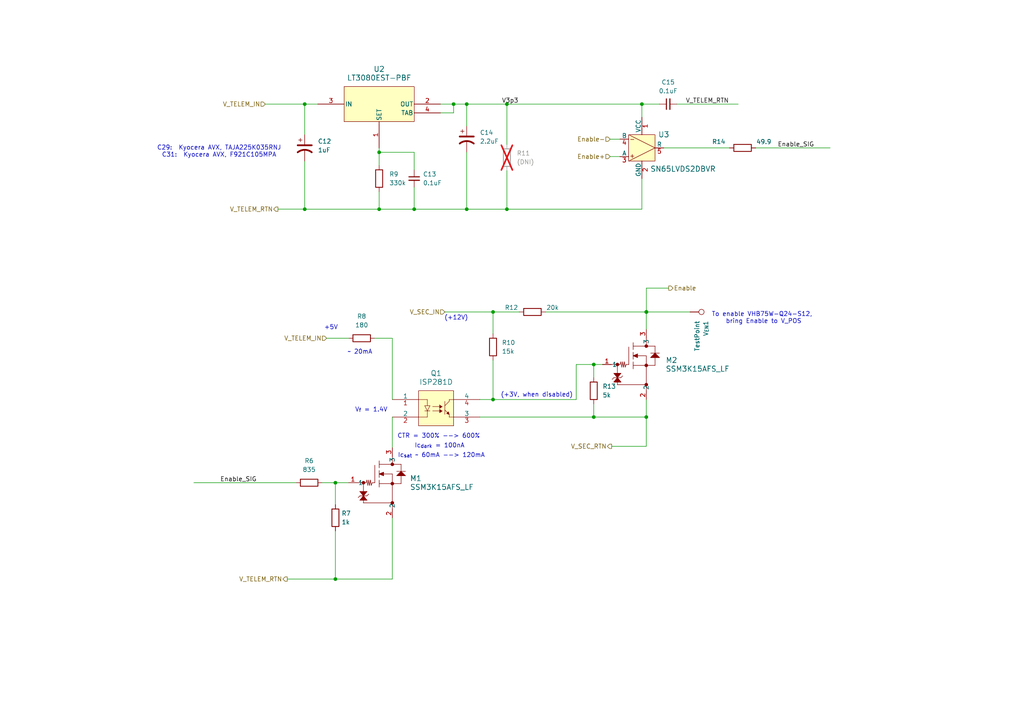
<source format=kicad_sch>
(kicad_sch
	(version 20250114)
	(generator "eeschema")
	(generator_version "9.0")
	(uuid "9d37157f-5b1b-4fd5-bafa-9fb0ec1d1d5b")
	(paper "A4")
	(lib_symbols
		(symbol "Analog_Dev:LT3080EST-PBF"
			(pin_names
				(offset 0.254)
			)
			(exclude_from_sim no)
			(in_bom yes)
			(on_board yes)
			(property "Reference" "U"
				(at 10.16 16.51 0)
				(effects
					(font
						(size 1.524 1.524)
					)
				)
			)
			(property "Value" "LT3080EST-PBF"
				(at 10.16 13.97 0)
				(effects
					(font
						(size 1.524 1.524)
					)
				)
			)
			(property "Footprint" "SOT-3_ST_LIT"
				(at -14.224 13.208 0)
				(effects
					(font
						(size 1.27 1.27)
						(italic yes)
					)
					(hide yes)
				)
			)
			(property "Datasheet" "https://www.analog.com/media/en/technical-documentation/data-sheets/lt3080.pdf"
				(at -10.922 19.558 0)
				(effects
					(font
						(size 1.27 1.27)
						(italic yes)
					)
					(hide yes)
				)
			)
			(property "Description" "IC REG LIN POS ADJ 1.1A SOT223-3"
				(at -17.78 6.35 0)
				(effects
					(font
						(size 1.27 1.27)
					)
					(hide yes)
				)
			)
			(property "Manufacturer" "Analog Devices Inc."
				(at 0 0 0)
				(effects
					(font
						(size 1.27 1.27)
					)
					(hide yes)
				)
			)
			(property "Man. Part Num" "LT3080EST#PBF"
				(at 0 0 0)
				(effects
					(font
						(size 1.27 1.27)
					)
					(hide yes)
				)
			)
			(property "Distributor" "Digi-Key"
				(at 0 0 0)
				(effects
					(font
						(size 1.27 1.27)
					)
					(hide yes)
				)
			)
			(property "Dist. Part Num" "505-LT3080EST#PBF-ND"
				(at 0 0 0)
				(effects
					(font
						(size 1.27 1.27)
					)
					(hide yes)
				)
			)
			(property "Part Type" "SMD"
				(at 0 0 0)
				(effects
					(font
						(size 1.27 1.27)
					)
					(hide yes)
				)
			)
			(property "Package" "SOT223-3"
				(at 0 0 0)
				(effects
					(font
						(size 1.27 1.27)
					)
					(hide yes)
				)
			)
			(property "Notes" ""
				(at 0 0 0)
				(effects
					(font
						(size 1.27 1.27)
					)
					(hide yes)
				)
			)
			(property "ki_keywords" "LT3080EST#PBF"
				(at 0 0 0)
				(effects
					(font
						(size 1.27 1.27)
					)
					(hide yes)
				)
			)
			(property "ki_fp_filters" "SOT-3_ST_LIT SOT-3_ST_LIT-M SOT-3_ST_LIT-L"
				(at 0 0 0)
				(effects
					(font
						(size 1.27 1.27)
					)
					(hide yes)
				)
			)
			(symbol "LT3080EST-PBF_0_1"
				(pin power_in line
					(at -7.62 5.08 0)
					(length 7.62)
					(name "IN"
						(effects
							(font
								(size 1.27 1.27)
							)
						)
					)
					(number "3"
						(effects
							(font
								(size 1.27 1.27)
							)
						)
					)
				)
				(pin input line
					(at 10.16 -7.62 90)
					(length 7.62)
					(name "SET"
						(effects
							(font
								(size 1.27 1.27)
							)
						)
					)
					(number "1"
						(effects
							(font
								(size 1.27 1.27)
							)
						)
					)
				)
				(pin output line
					(at 27.94 5.08 180)
					(length 7.62)
					(name "OUT"
						(effects
							(font
								(size 1.27 1.27)
							)
						)
					)
					(number "2"
						(effects
							(font
								(size 1.27 1.27)
							)
						)
					)
				)
			)
			(symbol "LT3080EST-PBF_1_1"
				(rectangle
					(start 0 10.16)
					(end 20.32 0)
					(stroke
						(width 0)
						(type default)
					)
					(fill
						(type background)
					)
				)
				(pin output line
					(at 27.94 2.54 180)
					(length 7.62)
					(name "TAB"
						(effects
							(font
								(size 1.27 1.27)
							)
						)
					)
					(number "4"
						(effects
							(font
								(size 1.27 1.27)
							)
						)
					)
				)
			)
			(embedded_fonts no)
		)
		(symbol "Connector:TestPoint"
			(pin_numbers
				(hide yes)
			)
			(pin_names
				(offset 0.762)
				(hide yes)
			)
			(exclude_from_sim no)
			(in_bom yes)
			(on_board yes)
			(property "Reference" "TP"
				(at 0 6.858 0)
				(effects
					(font
						(size 1.27 1.27)
					)
				)
			)
			(property "Value" "TestPoint"
				(at 0 5.08 0)
				(effects
					(font
						(size 1.27 1.27)
					)
				)
			)
			(property "Footprint" ""
				(at 5.08 0 0)
				(effects
					(font
						(size 1.27 1.27)
					)
					(hide yes)
				)
			)
			(property "Datasheet" "~"
				(at 5.08 0 0)
				(effects
					(font
						(size 1.27 1.27)
					)
					(hide yes)
				)
			)
			(property "Description" "test point"
				(at 0 0 0)
				(effects
					(font
						(size 1.27 1.27)
					)
					(hide yes)
				)
			)
			(property "ki_keywords" "test point tp"
				(at 0 0 0)
				(effects
					(font
						(size 1.27 1.27)
					)
					(hide yes)
				)
			)
			(property "ki_fp_filters" "Pin* Test*"
				(at 0 0 0)
				(effects
					(font
						(size 1.27 1.27)
					)
					(hide yes)
				)
			)
			(symbol "TestPoint_0_1"
				(circle
					(center 0 3.302)
					(radius 0.762)
					(stroke
						(width 0)
						(type default)
					)
					(fill
						(type none)
					)
				)
			)
			(symbol "TestPoint_1_1"
				(pin passive line
					(at 0 0 90)
					(length 2.54)
					(name "1"
						(effects
							(font
								(size 1.27 1.27)
							)
						)
					)
					(number "1"
						(effects
							(font
								(size 1.27 1.27)
							)
						)
					)
				)
			)
			(embedded_fonts no)
		)
		(symbol "Device:C_Polarized_US"
			(pin_numbers
				(hide yes)
			)
			(pin_names
				(offset 0.254)
				(hide yes)
			)
			(exclude_from_sim no)
			(in_bom yes)
			(on_board yes)
			(property "Reference" "C"
				(at 0.635 2.54 0)
				(effects
					(font
						(size 1.27 1.27)
					)
					(justify left)
				)
			)
			(property "Value" "C_Polarized_US"
				(at 0.635 -2.54 0)
				(effects
					(font
						(size 1.27 1.27)
					)
					(justify left)
				)
			)
			(property "Footprint" ""
				(at 0 0 0)
				(effects
					(font
						(size 1.27 1.27)
					)
					(hide yes)
				)
			)
			(property "Datasheet" "~"
				(at 0 0 0)
				(effects
					(font
						(size 1.27 1.27)
					)
					(hide yes)
				)
			)
			(property "Description" "Polarized capacitor, US symbol"
				(at 0 0 0)
				(effects
					(font
						(size 1.27 1.27)
					)
					(hide yes)
				)
			)
			(property "ki_keywords" "cap capacitor"
				(at 0 0 0)
				(effects
					(font
						(size 1.27 1.27)
					)
					(hide yes)
				)
			)
			(property "ki_fp_filters" "CP_*"
				(at 0 0 0)
				(effects
					(font
						(size 1.27 1.27)
					)
					(hide yes)
				)
			)
			(symbol "C_Polarized_US_0_1"
				(polyline
					(pts
						(xy -2.032 0.762) (xy 2.032 0.762)
					)
					(stroke
						(width 0.508)
						(type default)
					)
					(fill
						(type none)
					)
				)
				(polyline
					(pts
						(xy -1.778 2.286) (xy -0.762 2.286)
					)
					(stroke
						(width 0)
						(type default)
					)
					(fill
						(type none)
					)
				)
				(polyline
					(pts
						(xy -1.27 1.778) (xy -1.27 2.794)
					)
					(stroke
						(width 0)
						(type default)
					)
					(fill
						(type none)
					)
				)
				(arc
					(start -2.032 -1.27)
					(mid 0 -0.5572)
					(end 2.032 -1.27)
					(stroke
						(width 0.508)
						(type default)
					)
					(fill
						(type none)
					)
				)
			)
			(symbol "C_Polarized_US_1_1"
				(pin passive line
					(at 0 3.81 270)
					(length 2.794)
					(name "~"
						(effects
							(font
								(size 1.27 1.27)
							)
						)
					)
					(number "1"
						(effects
							(font
								(size 1.27 1.27)
							)
						)
					)
				)
				(pin passive line
					(at 0 -3.81 90)
					(length 3.302)
					(name "~"
						(effects
							(font
								(size 1.27 1.27)
							)
						)
					)
					(number "2"
						(effects
							(font
								(size 1.27 1.27)
							)
						)
					)
				)
			)
			(embedded_fonts no)
		)
		(symbol "Device:C_Small"
			(pin_numbers
				(hide yes)
			)
			(pin_names
				(offset 0.254)
				(hide yes)
			)
			(exclude_from_sim no)
			(in_bom yes)
			(on_board yes)
			(property "Reference" "C"
				(at 0.254 1.778 0)
				(effects
					(font
						(size 1.27 1.27)
					)
					(justify left)
				)
			)
			(property "Value" "C_Small"
				(at 0.254 -2.032 0)
				(effects
					(font
						(size 1.27 1.27)
					)
					(justify left)
				)
			)
			(property "Footprint" ""
				(at 0 0 0)
				(effects
					(font
						(size 1.27 1.27)
					)
					(hide yes)
				)
			)
			(property "Datasheet" "~"
				(at 0 0 0)
				(effects
					(font
						(size 1.27 1.27)
					)
					(hide yes)
				)
			)
			(property "Description" "Unpolarized capacitor, small symbol"
				(at 0 0 0)
				(effects
					(font
						(size 1.27 1.27)
					)
					(hide yes)
				)
			)
			(property "ki_keywords" "capacitor cap"
				(at 0 0 0)
				(effects
					(font
						(size 1.27 1.27)
					)
					(hide yes)
				)
			)
			(property "ki_fp_filters" "C_*"
				(at 0 0 0)
				(effects
					(font
						(size 1.27 1.27)
					)
					(hide yes)
				)
			)
			(symbol "C_Small_0_1"
				(polyline
					(pts
						(xy -1.524 0.508) (xy 1.524 0.508)
					)
					(stroke
						(width 0.3048)
						(type default)
					)
					(fill
						(type none)
					)
				)
				(polyline
					(pts
						(xy -1.524 -0.508) (xy 1.524 -0.508)
					)
					(stroke
						(width 0.3302)
						(type default)
					)
					(fill
						(type none)
					)
				)
			)
			(symbol "C_Small_1_1"
				(pin passive line
					(at 0 2.54 270)
					(length 2.032)
					(name "~"
						(effects
							(font
								(size 1.27 1.27)
							)
						)
					)
					(number "1"
						(effects
							(font
								(size 1.27 1.27)
							)
						)
					)
				)
				(pin passive line
					(at 0 -2.54 90)
					(length 2.032)
					(name "~"
						(effects
							(font
								(size 1.27 1.27)
							)
						)
					)
					(number "2"
						(effects
							(font
								(size 1.27 1.27)
							)
						)
					)
				)
			)
			(embedded_fonts no)
		)
		(symbol "Device:R"
			(pin_numbers
				(hide yes)
			)
			(pin_names
				(offset 0)
			)
			(exclude_from_sim no)
			(in_bom yes)
			(on_board yes)
			(property "Reference" "R"
				(at 2.032 0 90)
				(effects
					(font
						(size 1.27 1.27)
					)
				)
			)
			(property "Value" "R"
				(at 0 0 90)
				(effects
					(font
						(size 1.27 1.27)
					)
				)
			)
			(property "Footprint" ""
				(at -1.778 0 90)
				(effects
					(font
						(size 1.27 1.27)
					)
					(hide yes)
				)
			)
			(property "Datasheet" "~"
				(at 0 0 0)
				(effects
					(font
						(size 1.27 1.27)
					)
					(hide yes)
				)
			)
			(property "Description" "Resistor"
				(at 0 0 0)
				(effects
					(font
						(size 1.27 1.27)
					)
					(hide yes)
				)
			)
			(property "ki_keywords" "R res resistor"
				(at 0 0 0)
				(effects
					(font
						(size 1.27 1.27)
					)
					(hide yes)
				)
			)
			(property "ki_fp_filters" "R_*"
				(at 0 0 0)
				(effects
					(font
						(size 1.27 1.27)
					)
					(hide yes)
				)
			)
			(symbol "R_0_1"
				(rectangle
					(start -1.016 -2.54)
					(end 1.016 2.54)
					(stroke
						(width 0.254)
						(type default)
					)
					(fill
						(type none)
					)
				)
			)
			(symbol "R_1_1"
				(pin passive line
					(at 0 3.81 270)
					(length 1.27)
					(name "~"
						(effects
							(font
								(size 1.27 1.27)
							)
						)
					)
					(number "1"
						(effects
							(font
								(size 1.27 1.27)
							)
						)
					)
				)
				(pin passive line
					(at 0 -3.81 90)
					(length 1.27)
					(name "~"
						(effects
							(font
								(size 1.27 1.27)
							)
						)
					)
					(number "2"
						(effects
							(font
								(size 1.27 1.27)
							)
						)
					)
				)
			)
			(embedded_fonts no)
		)
		(symbol "ISOCOM:ISP281D"
			(pin_names
				(offset 0)
			)
			(exclude_from_sim no)
			(in_bom yes)
			(on_board yes)
			(property "Reference" "Q"
				(at 8.89 7.366 0)
				(effects
					(font
						(size 1.524 1.524)
					)
				)
			)
			(property "Value" "ISP281D"
				(at 12.446 4.572 0)
				(effects
					(font
						(size 1.524 1.524)
					)
				)
			)
			(property "Footprint" "ISOCOM:ISP281D_ISO"
				(at 0 0 0)
				(effects
					(font
						(size 1.27 1.27)
						(italic yes)
					)
					(hide yes)
				)
			)
			(property "Datasheet" "http://isocom.com/wp-content/uploads/2020/06/dd93256-030620.pdf"
				(at 0 0 0)
				(effects
					(font
						(size 1.27 1.27)
						(italic yes)
					)
					(hide yes)
				)
			)
			(property "Description" "Optoisolator Transistor Output 3750Vrms 1 Channel 4-SOP"
				(at 0 0 0)
				(effects
					(font
						(size 1.27 1.27)
					)
					(hide yes)
				)
			)
			(property "Manufacturer" "Isocom Components 2004 LTD"
				(at 0 0 0)
				(effects
					(font
						(size 1.27 1.27)
					)
					(hide yes)
				)
			)
			(property "Man. Part Num" "ISP281D"
				(at 0 0 0)
				(effects
					(font
						(size 1.27 1.27)
					)
					(hide yes)
				)
			)
			(property "Distributor" "Digi-Key"
				(at 0 0 0)
				(effects
					(font
						(size 1.27 1.27)
					)
					(hide yes)
				)
			)
			(property "Dist. Part Num" "58-ISP281DCT-ND"
				(at 0 0 0)
				(effects
					(font
						(size 1.27 1.27)
					)
					(hide yes)
				)
			)
			(property "Part Type" "SMD"
				(at 0 0 0)
				(effects
					(font
						(size 1.27 1.27)
					)
					(hide yes)
				)
			)
			(property "Package" "4-SOP"
				(at 0 0 0)
				(effects
					(font
						(size 1.27 1.27)
					)
					(hide yes)
				)
			)
			(property "Notes" ""
				(at 0 0 0)
				(effects
					(font
						(size 1.27 1.27)
					)
					(hide yes)
				)
			)
			(property "ki_keywords" "ISP281D"
				(at 0 0 0)
				(effects
					(font
						(size 1.27 1.27)
					)
					(hide yes)
				)
			)
			(property "ki_fp_filters" "ISP281D_ISO ISP281D_ISO-M ISP281D_ISO-L"
				(at 0 0 0)
				(effects
					(font
						(size 1.27 1.27)
					)
					(hide yes)
				)
			)
			(symbol "ISP281D_0_1"
				(polyline
					(pts
						(xy 9.398 -1.778) (xy 10.16 -3.302)
					)
					(stroke
						(width 0.127)
						(type default)
					)
					(fill
						(type none)
					)
				)
				(polyline
					(pts
						(xy 9.398 -3.302) (xy 10.922 -3.302)
					)
					(stroke
						(width 0.127)
						(type default)
					)
					(fill
						(type none)
					)
				)
				(polyline
					(pts
						(xy 10.16 0) (xy 7.62 0)
					)
					(stroke
						(width 0.127)
						(type default)
					)
					(fill
						(type none)
					)
				)
				(polyline
					(pts
						(xy 10.16 0) (xy 10.16 -1.778)
					)
					(stroke
						(width 0.127)
						(type default)
					)
					(fill
						(type none)
					)
				)
				(polyline
					(pts
						(xy 10.16 -3.302) (xy 10.16 -5.08)
					)
					(stroke
						(width 0.127)
						(type default)
					)
					(fill
						(type none)
					)
				)
				(polyline
					(pts
						(xy 10.16 -3.302) (xy 10.922 -1.778)
					)
					(stroke
						(width 0.127)
						(type default)
					)
					(fill
						(type none)
					)
				)
				(polyline
					(pts
						(xy 10.16 -5.08) (xy 7.62 -5.08)
					)
					(stroke
						(width 0.127)
						(type default)
					)
					(fill
						(type none)
					)
				)
				(polyline
					(pts
						(xy 10.922 -1.778) (xy 9.398 -1.778)
					)
					(stroke
						(width 0.127)
						(type default)
					)
					(fill
						(type none)
					)
				)
				(polyline
					(pts
						(xy 11.684 -2.032) (xy 13.716 -2.032)
					)
					(stroke
						(width 0.127)
						(type default)
					)
					(fill
						(type none)
					)
				)
				(polyline
					(pts
						(xy 11.684 -3.302) (xy 13.716 -3.302)
					)
					(stroke
						(width 0.127)
						(type default)
					)
					(fill
						(type none)
					)
				)
				(polyline
					(pts
						(xy 13.716 -1.524) (xy 13.716 -2.54) (xy 14.478 -2.032)
					)
					(stroke
						(width 0)
						(type default)
					)
					(fill
						(type outline)
					)
				)
				(polyline
					(pts
						(xy 13.716 -2.794) (xy 13.716 -3.81) (xy 14.478 -3.302)
					)
					(stroke
						(width 0)
						(type default)
					)
					(fill
						(type outline)
					)
				)
				(polyline
					(pts
						(xy 15.24 -1.778) (xy 16.51 -0.508)
					)
					(stroke
						(width 0.127)
						(type default)
					)
					(fill
						(type none)
					)
				)
				(polyline
					(pts
						(xy 15.24 -3.048) (xy 16.002 -3.81)
					)
					(stroke
						(width 0.127)
						(type default)
					)
					(fill
						(type none)
					)
				)
				(polyline
					(pts
						(xy 15.24 -4.318) (xy 15.24 -0.508)
					)
					(stroke
						(width 0.127)
						(type default)
					)
					(fill
						(type none)
					)
				)
				(polyline
					(pts
						(xy 16.4717 -4.3107) (xy 15.748 -4.064) (xy 16.256 -3.556) (xy 16.51 -4.318)
					)
					(stroke
						(width 0)
						(type default)
					)
					(fill
						(type outline)
					)
				)
				(polyline
					(pts
						(xy 16.51 0) (xy 17.78 0)
					)
					(stroke
						(width 0.127)
						(type default)
					)
					(fill
						(type none)
					)
				)
				(polyline
					(pts
						(xy 16.51 -0.508) (xy 16.51 0)
					)
					(stroke
						(width 0.127)
						(type default)
					)
					(fill
						(type none)
					)
				)
				(polyline
					(pts
						(xy 16.51 -4.318) (xy 16.51 -5.08)
					)
					(stroke
						(width 0.127)
						(type default)
					)
					(fill
						(type none)
					)
				)
				(polyline
					(pts
						(xy 17.78 -5.08) (xy 16.51 -5.08)
					)
					(stroke
						(width 0.127)
						(type default)
					)
					(fill
						(type none)
					)
				)
				(pin unspecified line
					(at 0 0 0)
					(length 7.62)
					(name "1"
						(effects
							(font
								(size 1.27 1.27)
							)
						)
					)
					(number "1"
						(effects
							(font
								(size 1.27 1.27)
							)
						)
					)
				)
				(pin unspecified line
					(at 0 -5.08 0)
					(length 7.62)
					(name "2"
						(effects
							(font
								(size 1.27 1.27)
							)
						)
					)
					(number "2"
						(effects
							(font
								(size 1.27 1.27)
							)
						)
					)
				)
				(pin unspecified line
					(at 25.4 0 180)
					(length 7.62)
					(name "4"
						(effects
							(font
								(size 1.27 1.27)
							)
						)
					)
					(number "4"
						(effects
							(font
								(size 1.27 1.27)
							)
						)
					)
				)
				(pin unspecified line
					(at 25.4 -5.08 180)
					(length 7.62)
					(name "3"
						(effects
							(font
								(size 1.27 1.27)
							)
						)
					)
					(number "3"
						(effects
							(font
								(size 1.27 1.27)
							)
						)
					)
				)
			)
			(symbol "ISP281D_1_1"
				(rectangle
					(start 7.62 2.54)
					(end 17.78 -7.62)
					(stroke
						(width 0)
						(type default)
					)
					(fill
						(type background)
					)
				)
			)
			(embedded_fonts no)
		)
		(symbol "Passive_Parts:R"
			(pin_numbers
				(hide yes)
			)
			(pin_names
				(offset 0)
				(hide yes)
			)
			(exclude_from_sim no)
			(in_bom yes)
			(on_board yes)
			(property "Reference" "R"
				(at 2.54 5.08 0)
				(effects
					(font
						(size 1.27 1.27)
					)
				)
			)
			(property "Value" ""
				(at 0 0 0)
				(effects
					(font
						(size 1.27 1.27)
					)
				)
			)
			(property "Footprint" ""
				(at 0 0 0)
				(effects
					(font
						(size 1.27 1.27)
					)
					(hide yes)
				)
			)
			(property "Datasheet" ""
				(at 0 0 0)
				(effects
					(font
						(size 1.27 1.27)
					)
					(hide yes)
				)
			)
			(property "Description" ""
				(at 0 0 0)
				(effects
					(font
						(size 1.27 1.27)
					)
					(hide yes)
				)
			)
			(property "Manufacturer" ""
				(at 0 0 0)
				(effects
					(font
						(size 1.27 1.27)
					)
					(hide yes)
				)
			)
			(property "Man. Part Num" ""
				(at 0 0 0)
				(effects
					(font
						(size 1.27 1.27)
					)
					(hide yes)
				)
			)
			(property "Distributor" "Digi-Key"
				(at 0 0 0)
				(effects
					(font
						(size 1.27 1.27)
					)
					(hide yes)
				)
			)
			(property "Dist. Part Num" ""
				(at 0 0 0)
				(effects
					(font
						(size 1.27 1.27)
					)
					(hide yes)
				)
			)
			(property "Part Type" ""
				(at 0 0 0)
				(effects
					(font
						(size 1.27 1.27)
					)
					(hide yes)
				)
			)
			(property "Notes" ""
				(at 0 0 0)
				(effects
					(font
						(size 1.27 1.27)
					)
					(hide yes)
				)
			)
			(property "Package" ""
				(at 0 0 0)
				(effects
					(font
						(size 1.27 1.27)
					)
					(hide yes)
				)
			)
			(symbol "R_0_1"
				(rectangle
					(start 5.08 1.524)
					(end 0 3.556)
					(stroke
						(width 0.254)
						(type default)
					)
					(fill
						(type none)
					)
				)
			)
			(symbol "R_1_1"
				(pin passive line
					(at -1.27 2.54 0)
					(length 1.27)
					(name "~"
						(effects
							(font
								(size 1.27 1.27)
							)
						)
					)
					(number "1"
						(effects
							(font
								(size 1.27 1.27)
							)
						)
					)
				)
				(pin passive line
					(at 6.35 2.54 180)
					(length 1.27)
					(name "~"
						(effects
							(font
								(size 1.27 1.27)
							)
						)
					)
					(number "2"
						(effects
							(font
								(size 1.27 1.27)
							)
						)
					)
				)
			)
			(embedded_fonts no)
		)
		(symbol "Texas Instruments:SN65LVDS2DBVR"
			(pin_names
				(offset 0)
			)
			(exclude_from_sim no)
			(in_bom yes)
			(on_board yes)
			(property "Reference" "U"
				(at 7.366 -2.54 0)
				(effects
					(font
						(size 1.524 1.524)
					)
				)
			)
			(property "Value" "SN65LVDS2DBVR"
				(at 16.002 -6.604 0)
				(effects
					(font
						(size 1.524 1.524)
					)
					(hide yes)
				)
			)
			(property "Footprint" "Texas Instruments:DBV5"
				(at 25.654 15.24 0)
				(effects
					(font
						(size 1.27 1.27)
						(italic yes)
					)
					(hide yes)
				)
			)
			(property "Datasheet" "https://www.ti.com/lit/ds/symlink/sn65lvds1.pdf?HQS=dis-dk-null-digikeymode-dsf-pf-null-wwe&ts=1743962241896&ref_url=https%253A%252F%252Fwww.ti.com%252Fgeneral%252Fdocs%252Fsuppproductinfo.tsp%253FdistId%253D10%2526gotoUrl%253Dhttps%253A%252F%252Fwww.ti.com%252Flit%252Fgpn%252Fsn65lvds1"
				(at 24.638 12.446 0)
				(effects
					(font
						(size 1.27 1.27)
						(italic yes)
					)
					(hide yes)
				)
			)
			(property "Description" "0/1 Receiver LVDS SOT-23-5"
				(at 12.7 -13.97 0)
				(effects
					(font
						(size 1.27 1.27)
					)
					(hide yes)
				)
			)
			(property "Manufacturer" "Texas Instruments"
				(at 0 0 0)
				(effects
					(font
						(size 1.27 1.27)
					)
					(hide yes)
				)
			)
			(property "Man. Part Num" "SN65LVDS2DBVR"
				(at 0 0 0)
				(effects
					(font
						(size 1.27 1.27)
					)
					(hide yes)
				)
			)
			(property "Distributor" "Digi-Key"
				(at 0 0 0)
				(effects
					(font
						(size 1.27 1.27)
					)
					(hide yes)
				)
			)
			(property "Dist. Part Num" "296-6920-1-ND"
				(at 0 0 0)
				(effects
					(font
						(size 1.27 1.27)
					)
					(hide yes)
				)
			)
			(property "Part Type" "SMD"
				(at 0 0 0)
				(effects
					(font
						(size 1.27 1.27)
					)
					(hide yes)
				)
			)
			(property "Package" "SOT-23-5"
				(at 0 0 0)
				(effects
					(font
						(size 1.27 1.27)
					)
					(hide yes)
				)
			)
			(property "Notes" ""
				(at 0 0 0)
				(effects
					(font
						(size 1.27 1.27)
					)
					(hide yes)
				)
			)
			(property "ki_keywords" "SN65LVDS2DBVR"
				(at 0 0 0)
				(effects
					(font
						(size 1.27 1.27)
					)
					(hide yes)
				)
			)
			(property "ki_fp_filters" "DBV5 DBV5-M DBV5-L"
				(at 0 0 0)
				(effects
					(font
						(size 1.27 1.27)
					)
					(hide yes)
				)
			)
			(symbol "SN65LVDS2DBVR_1_1"
				(rectangle
					(start 0 7.62)
					(end 7.62 0)
					(stroke
						(width 0)
						(type default)
					)
					(fill
						(type background)
					)
				)
				(polyline
					(pts
						(xy 0 0) (xy 0 7.62) (xy 7.62 3.81) (xy 0 0)
					)
					(stroke
						(width 0)
						(type default)
					)
					(fill
						(type none)
					)
				)
				(text "-"
					(at 1.016 6.35 0)
					(effects
						(font
							(size 1.27 1.27)
						)
					)
				)
				(text "+"
					(at 1.016 1.524 0)
					(effects
						(font
							(size 1.27 1.27)
						)
					)
				)
				(pin input line
					(at -2.54 6.35 0)
					(length 2.54)
					(name "B"
						(effects
							(font
								(size 1.27 1.27)
							)
						)
					)
					(number "4"
						(effects
							(font
								(size 1.27 1.27)
							)
						)
					)
				)
				(pin input line
					(at -2.54 1.27 0)
					(length 2.54)
					(name "A"
						(effects
							(font
								(size 1.27 1.27)
							)
						)
					)
					(number "3"
						(effects
							(font
								(size 1.27 1.27)
							)
						)
					)
				)
				(pin power_in line
					(at 3.81 12.7 270)
					(length 5.08)
					(name "VCC"
						(effects
							(font
								(size 1.27 1.27)
							)
						)
					)
					(number "1"
						(effects
							(font
								(size 1.27 1.27)
							)
						)
					)
				)
				(pin power_in line
					(at 3.81 -5.08 90)
					(length 5.08)
					(name "GND"
						(effects
							(font
								(size 1.27 1.27)
							)
						)
					)
					(number "2"
						(effects
							(font
								(size 1.27 1.27)
							)
						)
					)
				)
				(pin output line
					(at 10.16 3.81 180)
					(length 2.54)
					(name "R"
						(effects
							(font
								(size 1.27 1.27)
							)
						)
					)
					(number "5"
						(effects
							(font
								(size 1.27 1.27)
							)
						)
					)
				)
			)
			(embedded_fonts no)
		)
		(symbol "Toshiba_Semiconductor:SSM3K15AFS_LF"
			(pin_names
				(offset 0.254)
			)
			(exclude_from_sim no)
			(in_bom yes)
			(on_board yes)
			(property "Reference" "MOSFET"
				(at 0 0 0)
				(effects
					(font
						(size 1.524 1.524)
					)
				)
			)
			(property "Value" "SSM3K15AFS_LF"
				(at 0 0 0)
				(effects
					(font
						(size 1.524 1.524)
					)
				)
			)
			(property "Footprint" "SSM_TOS"
				(at 0 0 0)
				(effects
					(font
						(size 1.27 1.27)
						(italic yes)
					)
					(hide yes)
				)
			)
			(property "Datasheet" "https://toshiba.semicon-storage.com/info/SSM3K15AFS_datasheet_en_20140301.pdf?did=5914&prodName=SSM3K15AFS"
				(at 0 0 0)
				(effects
					(font
						(size 1.27 1.27)
						(italic yes)
					)
					(hide yes)
				)
			)
			(property "Description" "MOSFET N-CH 30V 100MA SSM"
				(at 0 0 0)
				(effects
					(font
						(size 1.27 1.27)
					)
					(hide yes)
				)
			)
			(property "Manufacturer" "Toshiba Semiconductor and Storage"
				(at 0 0 0)
				(effects
					(font
						(size 1.27 1.27)
					)
					(hide yes)
				)
			)
			(property "Man. Part Num" "SSM3K15AFS,LF"
				(at 0 0 0)
				(effects
					(font
						(size 1.27 1.27)
					)
					(hide yes)
				)
			)
			(property "Distributor" "Digi-Key"
				(at 0 0 0)
				(effects
					(font
						(size 1.27 1.27)
					)
					(hide yes)
				)
			)
			(property "Dist. Part Num" "SSM3K15AFSLFCT-ND"
				(at 0 0 0)
				(effects
					(font
						(size 1.27 1.27)
					)
					(hide yes)
				)
			)
			(property "Part Type" "SMD"
				(at 0 0 0)
				(effects
					(font
						(size 1.27 1.27)
					)
					(hide yes)
				)
			)
			(property "Package" "SSM_TOS"
				(at 0 0 0)
				(effects
					(font
						(size 1.27 1.27)
					)
					(hide yes)
				)
			)
			(property "Notes" ""
				(at 0 0 0)
				(effects
					(font
						(size 1.27 1.27)
					)
					(hide yes)
				)
			)
			(property "ki_keywords" "SSM3K15AFS,LF"
				(at 0 0 0)
				(effects
					(font
						(size 1.27 1.27)
					)
					(hide yes)
				)
			)
			(property "ki_fp_filters" "SSM_TOS SSM_TOS-M SSM_TOS-L"
				(at 0 0 0)
				(effects
					(font
						(size 1.27 1.27)
					)
					(hide yes)
				)
			)
			(symbol "SSM3K15AFS_LF_0_1"
				(polyline
					(pts
						(xy 0 -7.62) (xy 2.54 -7.62)
					)
					(stroke
						(width 0.1524)
						(type default)
					)
					(fill
						(type none)
					)
				)
				(polyline
					(pts
						(xy 0.762 -10.16) (xy 1.778 -11.43)
					)
					(stroke
						(width 0.1524)
						(type default)
					)
					(fill
						(type none)
					)
				)
				(polyline
					(pts
						(xy 0.762 -10.16) (xy 1.778 -11.43) (xy 0.762 -12.7) (xy 2.794 -12.7) (xy 1.778 -11.43) (xy 2.794 -10.16)
					)
					(stroke
						(width 0)
						(type default)
					)
					(fill
						(type outline)
					)
				)
				(polyline
					(pts
						(xy 0.762 -11.43) (xy 0.254 -11.938)
					)
					(stroke
						(width 0.1524)
						(type default)
					)
					(fill
						(type none)
					)
				)
				(polyline
					(pts
						(xy 0.762 -11.43) (xy 2.794 -11.43)
					)
					(stroke
						(width 0.1524)
						(type default)
					)
					(fill
						(type none)
					)
				)
				(polyline
					(pts
						(xy 0.762 -12.7) (xy 2.794 -12.7)
					)
					(stroke
						(width 0.1524)
						(type default)
					)
					(fill
						(type none)
					)
				)
				(polyline
					(pts
						(xy 1.778 -7.62) (xy 1.778 -10.16)
					)
					(stroke
						(width 0.1524)
						(type default)
					)
					(fill
						(type none)
					)
				)
				(circle
					(center 1.778 -7.62)
					(radius 0.254)
					(stroke
						(width 0.508)
						(type default)
					)
					(fill
						(type none)
					)
				)
				(polyline
					(pts
						(xy 1.778 -11.43) (xy 0.762 -12.7)
					)
					(stroke
						(width 0.1524)
						(type default)
					)
					(fill
						(type none)
					)
				)
				(polyline
					(pts
						(xy 1.778 -11.43) (xy 2.794 -10.16)
					)
					(stroke
						(width 0.1524)
						(type default)
					)
					(fill
						(type none)
					)
				)
				(polyline
					(pts
						(xy 1.778 -12.7) (xy 1.778 -13.462)
					)
					(stroke
						(width 0.1524)
						(type default)
					)
					(fill
						(type none)
					)
				)
				(polyline
					(pts
						(xy 1.778 -13.462) (xy 10.16 -13.462)
					)
					(stroke
						(width 0.1524)
						(type default)
					)
					(fill
						(type none)
					)
				)
				(polyline
					(pts
						(xy 2.794 -6.858) (xy 2.54 -7.62)
					)
					(stroke
						(width 0.1524)
						(type default)
					)
					(fill
						(type none)
					)
				)
				(polyline
					(pts
						(xy 2.794 -10.16) (xy 0.762 -10.16)
					)
					(stroke
						(width 0.1524)
						(type default)
					)
					(fill
						(type none)
					)
				)
				(polyline
					(pts
						(xy 2.794 -11.43) (xy 3.302 -10.922)
					)
					(stroke
						(width 0.1524)
						(type default)
					)
					(fill
						(type none)
					)
				)
				(polyline
					(pts
						(xy 2.794 -12.7) (xy 1.778 -11.43)
					)
					(stroke
						(width 0.1524)
						(type default)
					)
					(fill
						(type none)
					)
				)
				(polyline
					(pts
						(xy 3.048 -8.382) (xy 2.794 -6.858)
					)
					(stroke
						(width 0.1524)
						(type default)
					)
					(fill
						(type none)
					)
				)
				(polyline
					(pts
						(xy 3.302 -6.858) (xy 3.048 -8.382)
					)
					(stroke
						(width 0.1524)
						(type default)
					)
					(fill
						(type none)
					)
				)
				(polyline
					(pts
						(xy 3.556 -8.382) (xy 3.302 -6.858)
					)
					(stroke
						(width 0.1524)
						(type default)
					)
					(fill
						(type none)
					)
				)
				(polyline
					(pts
						(xy 3.81 -6.858) (xy 3.556 -8.382)
					)
					(stroke
						(width 0.1524)
						(type default)
					)
					(fill
						(type none)
					)
				)
				(polyline
					(pts
						(xy 4.064 -8.382) (xy 3.81 -6.858)
					)
					(stroke
						(width 0.1524)
						(type default)
					)
					(fill
						(type none)
					)
				)
				(polyline
					(pts
						(xy 4.318 -7.62) (xy 4.064 -8.382)
					)
					(stroke
						(width 0.1524)
						(type default)
					)
					(fill
						(type none)
					)
				)
				(polyline
					(pts
						(xy 5.08 -7.62) (xy 4.318 -7.62)
					)
					(stroke
						(width 0.1524)
						(type default)
					)
					(fill
						(type none)
					)
				)
				(polyline
					(pts
						(xy 5.08 -7.62) (xy 5.08 -2.54)
					)
					(stroke
						(width 0.1524)
						(type default)
					)
					(fill
						(type none)
					)
				)
				(polyline
					(pts
						(xy 6.35 -3.302) (xy 6.35 -1.27)
					)
					(stroke
						(width 0.1524)
						(type default)
					)
					(fill
						(type none)
					)
				)
				(polyline
					(pts
						(xy 6.35 -5.08) (xy 7.62 -4.572)
					)
					(stroke
						(width 0.1524)
						(type default)
					)
					(fill
						(type none)
					)
				)
				(polyline
					(pts
						(xy 6.35 -6.096) (xy 6.35 -4.064)
					)
					(stroke
						(width 0.1524)
						(type default)
					)
					(fill
						(type none)
					)
				)
				(polyline
					(pts
						(xy 6.35 -7.874) (xy 12.7 -7.874)
					)
					(stroke
						(width 0.1524)
						(type default)
					)
					(fill
						(type none)
					)
				)
				(polyline
					(pts
						(xy 6.35 -8.89) (xy 6.35 -6.858)
					)
					(stroke
						(width 0.1524)
						(type default)
					)
					(fill
						(type none)
					)
				)
				(polyline
					(pts
						(xy 7.62 -4.572) (xy 7.62 -5.588)
					)
					(stroke
						(width 0.1524)
						(type default)
					)
					(fill
						(type none)
					)
				)
				(polyline
					(pts
						(xy 7.62 -4.572) (xy 6.35 -5.08) (xy 7.62 -5.588)
					)
					(stroke
						(width 0)
						(type default)
					)
					(fill
						(type outline)
					)
				)
				(polyline
					(pts
						(xy 7.62 -5.08) (xy 10.16 -5.08)
					)
					(stroke
						(width 0.1524)
						(type default)
					)
					(fill
						(type none)
					)
				)
				(polyline
					(pts
						(xy 7.62 -5.588) (xy 6.35 -5.08)
					)
					(stroke
						(width 0.1524)
						(type default)
					)
					(fill
						(type none)
					)
				)
				(polyline
					(pts
						(xy 10.16 0) (xy 10.16 -2.286)
					)
					(stroke
						(width 0.1524)
						(type default)
					)
					(fill
						(type none)
					)
				)
				(circle
					(center 10.16 -2.286)
					(radius 0.254)
					(stroke
						(width 0.508)
						(type default)
					)
					(fill
						(type none)
					)
				)
				(polyline
					(pts
						(xy 10.16 -5.08) (xy 10.16 -15.24)
					)
					(stroke
						(width 0.1524)
						(type default)
					)
					(fill
						(type none)
					)
				)
				(circle
					(center 10.16 -7.874)
					(radius 0.254)
					(stroke
						(width 0.508)
						(type default)
					)
					(fill
						(type none)
					)
				)
				(circle
					(center 10.16 -13.462)
					(radius 0.254)
					(stroke
						(width 0.508)
						(type default)
					)
					(fill
						(type none)
					)
				)
				(polyline
					(pts
						(xy 11.43 -4.318) (xy 13.97 -4.318)
					)
					(stroke
						(width 0.1524)
						(type default)
					)
					(fill
						(type none)
					)
				)
				(polyline
					(pts
						(xy 11.43 -5.588) (xy 13.97 -5.588)
					)
					(stroke
						(width 0.1524)
						(type default)
					)
					(fill
						(type none)
					)
				)
				(polyline
					(pts
						(xy 12.7 -2.286) (xy 6.35 -2.286)
					)
					(stroke
						(width 0.1524)
						(type default)
					)
					(fill
						(type none)
					)
				)
				(polyline
					(pts
						(xy 12.7 -4.318) (xy 11.43 -5.588)
					)
					(stroke
						(width 0.1524)
						(type default)
					)
					(fill
						(type none)
					)
				)
				(polyline
					(pts
						(xy 12.7 -4.318) (xy 12.7 -2.286)
					)
					(stroke
						(width 0.1524)
						(type default)
					)
					(fill
						(type none)
					)
				)
				(polyline
					(pts
						(xy 12.7 -4.318) (xy 11.43 -5.588) (xy 13.97 -5.588)
					)
					(stroke
						(width 0)
						(type default)
					)
					(fill
						(type outline)
					)
				)
				(polyline
					(pts
						(xy 12.7 -7.874) (xy 12.7 -5.588)
					)
					(stroke
						(width 0.1524)
						(type default)
					)
					(fill
						(type none)
					)
				)
				(polyline
					(pts
						(xy 13.97 -5.588) (xy 12.7 -4.318)
					)
					(stroke
						(width 0.1524)
						(type default)
					)
					(fill
						(type none)
					)
				)
				(pin unspecified line
					(at -2.54 -7.62 0)
					(length 2.54)
					(name "1"
						(effects
							(font
								(size 1.27 1.27)
							)
						)
					)
					(number "1"
						(effects
							(font
								(size 1.27 1.27)
							)
						)
					)
				)
				(pin unspecified line
					(at 10.16 2.54 270)
					(length 2.54)
					(name "3"
						(effects
							(font
								(size 1.27 1.27)
							)
						)
					)
					(number "3"
						(effects
							(font
								(size 1.27 1.27)
							)
						)
					)
				)
				(pin unspecified line
					(at 10.16 -17.78 90)
					(length 2.54)
					(name "2"
						(effects
							(font
								(size 1.27 1.27)
							)
						)
					)
					(number "2"
						(effects
							(font
								(size 1.27 1.27)
							)
						)
					)
				)
			)
			(embedded_fonts no)
		)
	)
	(text "+5V"
		(exclude_from_sim no)
		(at 96.0118 95.0555 0)
		(effects
			(font
				(size 1.27 1.27)
			)
		)
		(uuid "02103a07-7780-48db-967f-904290527a37")
	)
	(text "CTR = 300% --> 600%"
		(exclude_from_sim no)
		(at 127.2538 126.5515 0)
		(effects
			(font
				(size 1.27 1.27)
			)
		)
		(uuid "1adeac5d-50ea-442d-a5f6-3abaa4289568")
	)
	(text "V_{f} = 1.4V"
		(exclude_from_sim no)
		(at 107.6958 118.9315 0)
		(effects
			(font
				(size 1.27 1.27)
			)
		)
		(uuid "3ca2329d-1e3c-4e10-bf67-b50646e90033")
	)
	(text "C29:  Kyocera AVX, TAJA225K035RNJ\nC31:  Kyocera AVX, F921C105MPA"
		(exclude_from_sim no)
		(at 63.5581 43.991 0)
		(effects
			(font
				(size 1.27 1.27)
			)
		)
		(uuid "3fa1ea77-ef60-460d-9657-c746b37cf105")
	)
	(text "To enable VHB75W-Q24-S12, \nbring Enable to V_POS"
		(exclude_from_sim no)
		(at 221.4878 92.2615 0)
		(effects
			(font
				(size 1.27 1.27)
			)
		)
		(uuid "83e7a522-db4c-41a8-a171-63a0a9faf36d")
	)
	(text "(+3V, when disabled)"
		(exclude_from_sim no)
		(at 155.7018 114.6135 0)
		(effects
			(font
				(size 1.27 1.27)
			)
		)
		(uuid "a08e46a1-83cc-4739-82d8-d5b2ec6376c8")
	)
	(text "~ 20mA"
		(exclude_from_sim no)
		(at 104.3938 102.1675 0)
		(effects
			(font
				(size 1.27 1.27)
			)
		)
		(uuid "abb77c33-7f95-4216-b5b2-9252e3452513")
	)
	(text "(+12V)"
		(exclude_from_sim no)
		(at 132.3338 92.2615 0)
		(effects
			(font
				(size 1.27 1.27)
			)
		)
		(uuid "ca674abe-78c0-4da4-b7c1-bc4cb0fc4b13")
	)
	(text "Ic_{dark} = 100nA"
		(exclude_from_sim no)
		(at 127.5078 129.3455 0)
		(effects
			(font
				(size 1.27 1.27)
			)
		)
		(uuid "f078e6a6-2daa-4d63-8841-154df46ba0cc")
	)
	(text "Ic_{sat} ~ 60mA --> 120mA"
		(exclude_from_sim no)
		(at 128.0158 132.1395 0)
		(effects
			(font
				(size 1.27 1.27)
			)
		)
		(uuid "fa15eb52-e94f-42bc-bfdf-68ca8413ee98")
	)
	(junction
		(at 143.0018 90.4835)
		(diameter 0)
		(color 0 0 0 0)
		(uuid "08e62645-36db-4ad7-bff3-fa89ce030057")
	)
	(junction
		(at 88.3797 30.199)
		(diameter 0)
		(color 0 0 0 0)
		(uuid "1c856a20-05e2-4299-803d-6387385befae")
	)
	(junction
		(at 186.1697 30.199)
		(diameter 0)
		(color 0 0 0 0)
		(uuid "1cd03fdd-400b-42f3-9975-633f8a2605c6")
	)
	(junction
		(at 97.2818 140.0135)
		(diameter 0)
		(color 0 0 0 0)
		(uuid "2c678de3-99e5-4ec9-9386-54564e8d2632")
	)
	(junction
		(at 187.4518 90.4835)
		(diameter 0)
		(color 0 0 0 0)
		(uuid "44b43b4a-f1b5-4789-bf81-2ebaa1ebc3ef")
	)
	(junction
		(at 135.3697 60.679)
		(diameter 0)
		(color 0 0 0 0)
		(uuid "473a49b1-0237-47b8-963b-972bbfec07a7")
	)
	(junction
		(at 97.2818 167.9535)
		(diameter 0)
		(color 0 0 0 0)
		(uuid "4b140329-b876-40b1-95da-7e3a1a350e65")
	)
	(junction
		(at 131.5597 30.199)
		(diameter 0)
		(color 0 0 0 0)
		(uuid "4b97deaa-1a23-491d-aafb-32d1f879fe0f")
	)
	(junction
		(at 88.3891 60.679)
		(diameter 0)
		(color 0 0 0 0)
		(uuid "76432062-5315-4d2c-8394-9b697f8ef975")
	)
	(junction
		(at 187.4518 120.9635)
		(diameter 0)
		(color 0 0 0 0)
		(uuid "78e21214-917c-4b16-8ac1-5197a85c6f75")
	)
	(junction
		(at 109.9697 44.169)
		(diameter 0)
		(color 0 0 0 0)
		(uuid "7a69dad0-fce7-4a98-b895-289da056ebe6")
	)
	(junction
		(at 109.9697 60.679)
		(diameter 0)
		(color 0 0 0 0)
		(uuid "8e4ea721-652d-436d-817b-118d42aba264")
	)
	(junction
		(at 120.1297 60.679)
		(diameter 0)
		(color 0 0 0 0)
		(uuid "9fada876-7363-42d4-a881-47950f0032e1")
	)
	(junction
		(at 187.4795 90.4835)
		(diameter 0)
		(color 0 0 0 0)
		(uuid "b150a08a-da63-4660-a9ee-6ec22ed4402d")
	)
	(junction
		(at 172.2118 105.7235)
		(diameter 0)
		(color 0 0 0 0)
		(uuid "bb155e4c-39dc-4322-a433-4bfdfa57858d")
	)
	(junction
		(at 143.0018 115.8835)
		(diameter 0)
		(color 0 0 0 0)
		(uuid "bc9c75c5-ca79-4734-a0c9-f04eeab1257f")
	)
	(junction
		(at 172.2118 120.9635)
		(diameter 0)
		(color 0 0 0 0)
		(uuid "db1a4467-70ea-4826-a0dc-7021274cacd3")
	)
	(junction
		(at 147.0211 30.199)
		(diameter 0)
		(color 0 0 0 0)
		(uuid "e2bd1d64-bbd9-4042-8b03-20954062ff9c")
	)
	(junction
		(at 135.3697 30.199)
		(diameter 0)
		(color 0 0 0 0)
		(uuid "e683bd49-f257-4361-8e58-3582d97cad89")
	)
	(junction
		(at 147.0211 60.679)
		(diameter 0)
		(color 0 0 0 0)
		(uuid "eabedd28-c570-4282-9b63-c74c0fc8eab0")
	)
	(wire
		(pts
			(xy 93.4718 140.0135) (xy 97.2818 140.0135)
		)
		(stroke
			(width 0)
			(type default)
		)
		(uuid "01ae41b2-f410-4220-88aa-9dcfe5a18c87")
	)
	(wire
		(pts
			(xy 176.9806 40.373) (xy 179.8197 40.373)
		)
		(stroke
			(width 0)
			(type default)
		)
		(uuid "049c9dd3-40ab-457a-ab51-beb40c551454")
	)
	(wire
		(pts
			(xy 187.4518 129.4524) (xy 177.4147 129.4524)
		)
		(stroke
			(width 0)
			(type default)
		)
		(uuid "069ffeb0-4104-4a03-a0de-d95b59e9a271")
	)
	(wire
		(pts
			(xy 172.2118 105.7235) (xy 167.1318 105.7235)
		)
		(stroke
			(width 0)
			(type default)
		)
		(uuid "116ff427-c5a8-4a13-8e62-d3df6c5dfc1e")
	)
	(wire
		(pts
			(xy 120.1297 44.169) (xy 109.9697 44.169)
		)
		(stroke
			(width 0)
			(type default)
		)
		(uuid "15d2cdd8-d295-4e49-887a-618db3ffdf21")
	)
	(wire
		(pts
			(xy 192.5197 42.899) (xy 211.5697 42.899)
		)
		(stroke
			(width 0)
			(type default)
		)
		(uuid "163308f9-a6cd-4098-b6e0-48d31bd98643")
	)
	(wire
		(pts
			(xy 109.9697 42.899) (xy 109.9697 44.169)
		)
		(stroke
			(width 0)
			(type default)
		)
		(uuid "254da3bc-2960-409a-9957-949322112914")
	)
	(wire
		(pts
			(xy 147.0211 60.679) (xy 186.1697 60.679)
		)
		(stroke
			(width 0)
			(type default)
		)
		(uuid "28d8ff60-417c-40c3-9fe2-2240d7f0cdd6")
	)
	(wire
		(pts
			(xy 97.2818 153.9835) (xy 97.2818 167.9535)
		)
		(stroke
			(width 0)
			(type default)
		)
		(uuid "2c105b1c-0d26-483c-a15f-d07561712b45")
	)
	(wire
		(pts
			(xy 186.1697 30.199) (xy 191.2497 30.199)
		)
		(stroke
			(width 0)
			(type default)
		)
		(uuid "2c5f0912-4574-4a22-b289-8249ed150a0c")
	)
	(wire
		(pts
			(xy 187.4518 115.8835) (xy 187.4518 120.9635)
		)
		(stroke
			(width 0)
			(type default)
		)
		(uuid "2d87cabe-b3ff-4503-8cad-0e61f55dffda")
	)
	(wire
		(pts
			(xy 187.4518 120.9635) (xy 187.4518 129.4524)
		)
		(stroke
			(width 0)
			(type default)
		)
		(uuid "2f5b749b-c53f-4720-b27c-e5a0df8a5cb2")
	)
	(wire
		(pts
			(xy 109.9697 44.169) (xy 109.9697 47.979)
		)
		(stroke
			(width 0)
			(type default)
		)
		(uuid "3059f553-3d07-4caf-ab08-bd688ba0223f")
	)
	(wire
		(pts
			(xy 174.7518 105.7235) (xy 172.2118 105.7235)
		)
		(stroke
			(width 0)
			(type default)
		)
		(uuid "36d05b12-766c-4c11-9d05-c240f43a99eb")
	)
	(wire
		(pts
			(xy 131.5597 30.199) (xy 127.7497 30.199)
		)
		(stroke
			(width 0)
			(type default)
		)
		(uuid "38bf29d5-e581-4826-886e-97716f03f4c9")
	)
	(wire
		(pts
			(xy 88.3797 60.679) (xy 88.3891 60.679)
		)
		(stroke
			(width 0)
			(type default)
		)
		(uuid "40e0a9e8-c5ff-463d-8e9d-b8d17e19154c")
	)
	(wire
		(pts
			(xy 187.4795 83.5691) (xy 187.4795 90.4835)
		)
		(stroke
			(width 0)
			(type default)
		)
		(uuid "42bacb12-9d81-42cf-848f-e01f7f24e702")
	)
	(wire
		(pts
			(xy 179.8197 40.373) (xy 179.8197 40.359)
		)
		(stroke
			(width 0)
			(type default)
		)
		(uuid "44a4935e-c0d6-42a4-90f0-7a1c0df267f5")
	)
	(wire
		(pts
			(xy 143.0018 90.4835) (xy 143.0018 96.8335)
		)
		(stroke
			(width 0)
			(type default)
		)
		(uuid "44da75b2-49d8-470a-a751-c11a27831317")
	)
	(wire
		(pts
			(xy 176.9806 45.4063) (xy 179.8197 45.4063)
		)
		(stroke
			(width 0)
			(type default)
		)
		(uuid "4979ddfa-b003-43d2-857b-ccfe90d7e743")
	)
	(wire
		(pts
			(xy 113.7918 120.9635) (xy 113.7918 129.8535)
		)
		(stroke
			(width 0)
			(type default)
		)
		(uuid "4af87509-7879-4278-9689-8a178afaa345")
	)
	(wire
		(pts
			(xy 193.9509 83.5691) (xy 187.4795 83.5691)
		)
		(stroke
			(width 0)
			(type default)
		)
		(uuid "4b636eb3-3e1d-43f6-b31b-1705af5a5c6f")
	)
	(wire
		(pts
			(xy 172.2118 120.9635) (xy 187.4518 120.9635)
		)
		(stroke
			(width 0)
			(type default)
		)
		(uuid "5669e912-d16d-4cc4-b6e6-d73fd083590e")
	)
	(wire
		(pts
			(xy 94.7418 98.1035) (xy 101.0918 98.1035)
		)
		(stroke
			(width 0)
			(type default)
		)
		(uuid "579ab47d-83b6-424e-9220-132cf81a754e")
	)
	(wire
		(pts
			(xy 186.1697 30.199) (xy 186.1697 34.009)
		)
		(stroke
			(width 0)
			(type default)
		)
		(uuid "57a78dfc-b804-444e-90c2-db04d92414a3")
	)
	(wire
		(pts
			(xy 135.3697 60.679) (xy 147.0211 60.679)
		)
		(stroke
			(width 0)
			(type default)
		)
		(uuid "5f15c7cc-6486-4db5-9f1a-f245ee191901")
	)
	(wire
		(pts
			(xy 147.0211 41.8991) (xy 147.0211 30.199)
		)
		(stroke
			(width 0)
			(type default)
		)
		(uuid "62e8d4c0-0983-41f2-b4fb-6eabba394021")
	)
	(wire
		(pts
			(xy 88.3797 46.709) (xy 88.3797 60.679)
		)
		(stroke
			(width 0)
			(type default)
		)
		(uuid "6a13afcf-f178-4e4c-a859-093bea55835d")
	)
	(wire
		(pts
			(xy 120.1297 54.329) (xy 120.1297 60.679)
		)
		(stroke
			(width 0)
			(type default)
		)
		(uuid "6d52ca95-6c15-4eaa-856d-44a23cfa0a87")
	)
	(wire
		(pts
			(xy 186.1697 51.789) (xy 186.1697 60.679)
		)
		(stroke
			(width 0)
			(type default)
		)
		(uuid "743db4c4-ac51-4357-bb8e-e8e01c9e1e5a")
	)
	(wire
		(pts
			(xy 187.4518 90.4835) (xy 187.4518 95.5635)
		)
		(stroke
			(width 0)
			(type default)
		)
		(uuid "751c4449-1e54-4389-b412-65f730c15c1b")
	)
	(wire
		(pts
			(xy 127.7497 32.739) (xy 131.5597 32.739)
		)
		(stroke
			(width 0)
			(type default)
		)
		(uuid "758bbc0b-7276-41fc-8cc8-439f55af533c")
	)
	(wire
		(pts
			(xy 143.0018 90.4835) (xy 150.6218 90.4835)
		)
		(stroke
			(width 0)
			(type default)
		)
		(uuid "795499b0-4658-42b2-af50-aa83fd71bcb2")
	)
	(wire
		(pts
			(xy 143.0018 115.8835) (xy 139.1918 115.8835)
		)
		(stroke
			(width 0)
			(type default)
		)
		(uuid "7b98ad99-ef05-48b7-ab67-0df9861cdcaf")
	)
	(wire
		(pts
			(xy 83.3118 167.9535) (xy 97.2818 167.9535)
		)
		(stroke
			(width 0)
			(type default)
		)
		(uuid "81fb13ed-eae1-452b-aed6-7223e28d171e")
	)
	(wire
		(pts
			(xy 135.3697 30.199) (xy 131.5597 30.199)
		)
		(stroke
			(width 0)
			(type default)
		)
		(uuid "85f8dbc5-d608-4ee8-8472-45da7f301754")
	)
	(wire
		(pts
			(xy 147.0211 49.5191) (xy 147.0211 60.679)
		)
		(stroke
			(width 0)
			(type default)
		)
		(uuid "92f87b8b-47d5-44ce-816e-4aef3f69bdc6")
	)
	(wire
		(pts
			(xy 88.3797 30.199) (xy 92.1897 30.199)
		)
		(stroke
			(width 0)
			(type default)
		)
		(uuid "94eeecde-13ed-4d3c-8fdf-edbdcf005778")
	)
	(wire
		(pts
			(xy 147.0211 30.199) (xy 186.1697 30.199)
		)
		(stroke
			(width 0)
			(type default)
		)
		(uuid "952364a1-5573-49e8-8196-fced89218867")
	)
	(wire
		(pts
			(xy 88.3797 39.089) (xy 88.3797 30.199)
		)
		(stroke
			(width 0)
			(type default)
		)
		(uuid "964365c1-d307-4836-88c8-f38d5553bf89")
	)
	(wire
		(pts
			(xy 139.1918 120.9635) (xy 172.2118 120.9635)
		)
		(stroke
			(width 0)
			(type default)
		)
		(uuid "96606a3f-00b3-477f-a872-bf4fe13d2aed")
	)
	(wire
		(pts
			(xy 172.2118 117.1535) (xy 172.2118 120.9635)
		)
		(stroke
			(width 0)
			(type default)
		)
		(uuid "97eb6d85-678d-41cb-8c08-b19a61622ed5")
	)
	(wire
		(pts
			(xy 97.2818 140.0135) (xy 101.0918 140.0135)
		)
		(stroke
			(width 0)
			(type default)
		)
		(uuid "9806ea2a-cb74-449c-b8f4-1b31a1371499")
	)
	(wire
		(pts
			(xy 80.6235 60.6598) (xy 88.3891 60.6598)
		)
		(stroke
			(width 0)
			(type default)
		)
		(uuid "9916e473-bab2-47f3-8c75-eba37b9ee915")
	)
	(wire
		(pts
			(xy 113.7918 150.1735) (xy 113.7918 167.9535)
		)
		(stroke
			(width 0)
			(type default)
		)
		(uuid "a44e065c-92c6-49da-8a93-da32d51d3f7e")
	)
	(wire
		(pts
			(xy 120.1297 49.249) (xy 120.1297 44.169)
		)
		(stroke
			(width 0)
			(type default)
		)
		(uuid "ad2de6f7-f16f-4c06-b36b-6854e2326ec2")
	)
	(wire
		(pts
			(xy 187.4518 90.4835) (xy 187.4795 90.4835)
		)
		(stroke
			(width 0)
			(type default)
		)
		(uuid "afb38692-d5f3-45d4-b550-a8f0dda25f82")
	)
	(wire
		(pts
			(xy 88.3891 60.6598) (xy 88.3891 60.679)
		)
		(stroke
			(width 0)
			(type default)
		)
		(uuid "b394d6ed-3822-48d4-bd86-226911f2fa39")
	)
	(wire
		(pts
			(xy 187.4795 90.4835) (xy 200.1518 90.4835)
		)
		(stroke
			(width 0)
			(type default)
		)
		(uuid "b65ba5c1-4eec-4b82-a038-5c75930d2e61")
	)
	(wire
		(pts
			(xy 172.2118 105.7235) (xy 172.2118 109.5335)
		)
		(stroke
			(width 0)
			(type default)
		)
		(uuid "b6b6617d-5965-4200-806f-51c3403580c7")
	)
	(wire
		(pts
			(xy 135.3697 36.549) (xy 135.3697 30.199)
		)
		(stroke
			(width 0)
			(type default)
		)
		(uuid "bc6ad190-faf5-448a-89b6-052127005893")
	)
	(wire
		(pts
			(xy 158.2418 90.4835) (xy 187.4518 90.4835)
		)
		(stroke
			(width 0)
			(type default)
		)
		(uuid "c19ce430-4e26-4bc0-93a3-76f853c17416")
	)
	(wire
		(pts
			(xy 97.2818 140.0135) (xy 97.2818 146.3635)
		)
		(stroke
			(width 0)
			(type default)
		)
		(uuid "c2776933-d547-44e3-ba4a-71215657c1ad")
	)
	(wire
		(pts
			(xy 108.7118 98.1035) (xy 113.7918 98.1035)
		)
		(stroke
			(width 0)
			(type default)
		)
		(uuid "c76c29a8-8f11-4a4c-8a7f-f6fe24ab9b23")
	)
	(wire
		(pts
			(xy 109.9697 60.679) (xy 109.9697 55.599)
		)
		(stroke
			(width 0)
			(type default)
		)
		(uuid "c780a5e9-f4f2-4a0e-9caf-7fa58b069003")
	)
	(wire
		(pts
			(xy 135.3697 44.169) (xy 135.3697 60.679)
		)
		(stroke
			(width 0)
			(type default)
		)
		(uuid "cae718c1-4d54-4de4-a12a-1fa969673704")
	)
	(wire
		(pts
			(xy 135.3697 30.199) (xy 147.0211 30.199)
		)
		(stroke
			(width 0)
			(type default)
		)
		(uuid "cb9b2002-c8b6-4b90-b0bc-f29aeaab778d")
	)
	(wire
		(pts
			(xy 120.1297 60.679) (xy 109.9697 60.679)
		)
		(stroke
			(width 0)
			(type default)
		)
		(uuid "cc71a321-4bba-4d79-b18b-4f2aa6b18130")
	)
	(wire
		(pts
			(xy 56.2239 140.0135) (xy 85.8518 140.0135)
		)
		(stroke
			(width 0)
			(type default)
		)
		(uuid "cfe0a2f0-e4ed-487c-a4f9-2042a2034d0e")
	)
	(wire
		(pts
			(xy 143.0018 104.4535) (xy 143.0018 115.8835)
		)
		(stroke
			(width 0)
			(type default)
		)
		(uuid "d0c9b132-1dbd-4943-bf69-fc3fbefe72e8")
	)
	(wire
		(pts
			(xy 131.5597 32.739) (xy 131.5597 30.199)
		)
		(stroke
			(width 0)
			(type default)
		)
		(uuid "d0f9401a-75d7-488f-8593-9eb9ae81c09e")
	)
	(wire
		(pts
			(xy 219.1897 42.899) (xy 240.7797 42.899)
		)
		(stroke
			(width 0)
			(type default)
		)
		(uuid "d2e580ae-4572-44e0-bbdc-fbddf7401648")
	)
	(wire
		(pts
			(xy 88.3891 60.679) (xy 109.9697 60.679)
		)
		(stroke
			(width 0)
			(type default)
		)
		(uuid "d55dd6d8-871c-4ab8-a555-bd8f3383f29d")
	)
	(wire
		(pts
			(xy 167.1318 105.7235) (xy 167.1318 115.8835)
		)
		(stroke
			(width 0)
			(type default)
		)
		(uuid "d7733302-6a13-47ca-8add-49d71f90e1c1")
	)
	(wire
		(pts
			(xy 97.2818 167.9535) (xy 113.7918 167.9535)
		)
		(stroke
			(width 0)
			(type default)
		)
		(uuid "d93ddd36-35d9-44dd-92fd-da66e86088ae")
	)
	(wire
		(pts
			(xy 76.9497 30.199) (xy 88.3797 30.199)
		)
		(stroke
			(width 0)
			(type default)
		)
		(uuid "e1eeeed2-e357-4e80-b13b-52b210d68d0b")
	)
	(wire
		(pts
			(xy 120.1297 60.679) (xy 135.3697 60.679)
		)
		(stroke
			(width 0)
			(type default)
		)
		(uuid "e4aa1f49-a702-4f57-9216-a77ee4cc7d4c")
	)
	(wire
		(pts
			(xy 143.0018 115.8835) (xy 167.1318 115.8835)
		)
		(stroke
			(width 0)
			(type default)
		)
		(uuid "e64ecda7-8419-4bc1-b71e-e18d6c5c7b71")
	)
	(wire
		(pts
			(xy 113.7918 98.1035) (xy 113.7918 115.8835)
		)
		(stroke
			(width 0)
			(type default)
		)
		(uuid "e6d55e13-4d3c-4f43-a5d2-7f964154802b")
	)
	(wire
		(pts
			(xy 196.3297 30.199) (xy 214.1097 30.199)
		)
		(stroke
			(width 0)
			(type default)
		)
		(uuid "eaf888d3-89c0-45fa-a790-e0fcc60b74d6")
	)
	(wire
		(pts
			(xy 129.0318 90.4835) (xy 143.0018 90.4835)
		)
		(stroke
			(width 0)
			(type default)
		)
		(uuid "f10db50f-8a04-4892-b7a9-e1f8384213e6")
	)
	(wire
		(pts
			(xy 179.8197 45.4063) (xy 179.8197 45.439)
		)
		(stroke
			(width 0)
			(type default)
		)
		(uuid "f7f48d87-3625-4ad8-9262-63c31e4604ce")
	)
	(label "V_TELEM_RTN"
		(at 198.8697 30.199 0)
		(effects
			(font
				(size 1.27 1.27)
			)
			(justify left bottom)
		)
		(uuid "03f0b5b7-ad54-4b31-b0cd-2ee3410805f2")
	)
	(label "Enable_SIG"
		(at 225.5397 42.899 0)
		(effects
			(font
				(size 1.27 1.27)
			)
			(justify left bottom)
		)
		(uuid "3ddc426c-8296-4c9c-ae53-32fa3de4cb6c")
	)
	(label "Enable_SIG"
		(at 63.8546 140.0135 0)
		(effects
			(font
				(size 1.27 1.27)
			)
			(justify left bottom)
		)
		(uuid "8e86a22f-b5bf-44c2-a395-c083b884992e")
	)
	(label "V3p3"
		(at 145.5297 30.199 0)
		(effects
			(font
				(size 1.27 1.27)
			)
			(justify left bottom)
		)
		(uuid "c28b73e8-a265-46b4-94db-476bc1a69512")
	)
	(hierarchical_label "V_SEC_IN"
		(shape input)
		(at 129.0318 90.4835 180)
		(effects
			(font
				(size 1.27 1.27)
			)
			(justify right)
		)
		(uuid "20cd9a85-e8dd-4e5e-9f97-a620268b6863")
	)
	(hierarchical_label "Enable-"
		(shape input)
		(at 176.9806 40.373 180)
		(effects
			(font
				(size 1.27 1.27)
			)
			(justify right)
		)
		(uuid "25222508-4080-48a0-9f13-89a4df4d2d38")
	)
	(hierarchical_label "V_TELEM_IN"
		(shape input)
		(at 94.7418 98.1035 180)
		(effects
			(font
				(size 1.27 1.27)
			)
			(justify right)
		)
		(uuid "50253e4c-a9f5-40c7-93f9-52ddf56e9535")
	)
	(hierarchical_label "V_TELEM_RTN"
		(shape output)
		(at 80.6235 60.6598 180)
		(effects
			(font
				(size 1.27 1.27)
			)
			(justify right)
		)
		(uuid "6c326d2c-3b93-4111-87a9-b2e6cb0f6afa")
	)
	(hierarchical_label "V_TELEM_RTN"
		(shape output)
		(at 83.3118 167.9535 180)
		(effects
			(font
				(size 1.27 1.27)
			)
			(justify right)
		)
		(uuid "741740ce-5648-4cd9-b558-dfd99423db5f")
	)
	(hierarchical_label "Enable"
		(shape output)
		(at 193.9509 83.5691 0)
		(effects
			(font
				(size 1.27 1.27)
			)
			(justify left)
		)
		(uuid "9df835aa-0dbe-486e-a942-96dc96d3c2d2")
	)
	(hierarchical_label "Enable+"
		(shape input)
		(at 176.9806 45.4063 180)
		(effects
			(font
				(size 1.27 1.27)
			)
			(justify right)
		)
		(uuid "a433d39d-57d0-4635-a69b-88c747b1622d")
	)
	(hierarchical_label "V_SEC_RTN"
		(shape output)
		(at 177.4147 129.4524 180)
		(effects
			(font
				(size 1.27 1.27)
			)
			(justify right)
		)
		(uuid "caddb0bb-7c63-4c8b-99b8-17edae81ffd7")
	)
	(hierarchical_label "V_TELEM_IN"
		(shape input)
		(at 76.9497 30.199 180)
		(effects
			(font
				(size 1.27 1.27)
			)
			(justify right)
		)
		(uuid "ffbf1e96-44c2-4f97-aafc-318d06e0152b")
	)
	(symbol
		(lib_id "Device:R")
		(at 104.9018 98.1035 90)
		(unit 1)
		(exclude_from_sim no)
		(in_bom yes)
		(on_board yes)
		(dnp no)
		(fields_autoplaced yes)
		(uuid "05d5f3ba-b317-4631-a2ac-574f199dc95c")
		(property "Reference" "R8"
			(at 104.9018 91.7535 90)
			(effects
				(font
					(size 1.27 1.27)
				)
			)
		)
		(property "Value" "180"
			(at 104.9018 94.2935 90)
			(effects
				(font
					(size 1.27 1.27)
				)
			)
		)
		(property "Footprint" "Resistor_SMD:R_0603_1608Metric"
			(at 104.9018 99.8815 90)
			(effects
				(font
					(size 1.27 1.27)
				)
				(hide yes)
			)
		)
		(property "Datasheet" "https://www.te.com/usa-en/product-1-2176339-6.datasheet.pdf"
			(at 104.9018 98.1035 0)
			(effects
				(font
					(size 1.27 1.27)
				)
				(hide yes)
			)
		)
		(property "Description" "180 Ohms ±1% 0.1W, 1/10W Chip Resistor 0603 (1608 Metric) Automotive AEC-Q200, Moisture Resistant Thick Film"
			(at 104.9018 98.1035 0)
			(effects
				(font
					(size 1.27 1.27)
				)
				(hide yes)
			)
		)
		(property "Distributor" "Digi-Key"
			(at 104.9018 98.1035 0)
			(effects
				(font
					(size 1.27 1.27)
				)
				(hide yes)
			)
		)
		(property "Dist. Part Num" "A129679CT-ND"
			(at 104.9018 98.1035 0)
			(effects
				(font
					(size 1.27 1.27)
				)
				(hide yes)
			)
		)
		(property "Man. Part Num" "CRGCQ0603F180R"
			(at 104.9018 98.1035 0)
			(effects
				(font
					(size 1.27 1.27)
				)
				(hide yes)
			)
		)
		(property "Manufacturer" "TE Connectivity Passive Product"
			(at 104.9018 98.1035 0)
			(effects
				(font
					(size 1.27 1.27)
				)
				(hide yes)
			)
		)
		(property "Package" "0603 (1608 Metric)"
			(at 104.9018 98.1035 0)
			(effects
				(font
					(size 1.27 1.27)
				)
				(hide yes)
			)
		)
		(property "Part Type" "SMD"
			(at 104.9018 98.1035 0)
			(effects
				(font
					(size 1.27 1.27)
				)
				(hide yes)
			)
		)
		(pin "2"
			(uuid "de684f60-74b9-48a1-94de-e7cad78558fb")
		)
		(pin "1"
			(uuid "a54e6ea2-6652-417d-ba2f-30f3ebc9d3e8")
		)
		(instances
			(project "TPC_COLD_Charge_Pre-AMP"
				(path "/8872ae30-0c8f-44d7-9c5d-f8ffe57ea57b/0d1d524e-336a-4578-81f8-6cf985758591"
					(reference "R8")
					(unit 1)
				)
			)
		)
	)
	(symbol
		(lib_id "Device:R")
		(at 147.0211 45.7091 0)
		(unit 1)
		(exclude_from_sim no)
		(in_bom yes)
		(on_board yes)
		(dnp yes)
		(fields_autoplaced yes)
		(uuid "13a29b39-1dd7-46bd-9d30-1175144bf25e")
		(property "Reference" "R11"
			(at 149.86 44.439 0)
			(effects
				(font
					(size 1.27 1.27)
				)
				(justify left)
			)
		)
		(property "Value" "(DNI)"
			(at 149.86 46.979 0)
			(effects
				(font
					(size 1.27 1.27)
				)
				(justify left)
			)
		)
		(property "Footprint" "Resistor_SMD:R_0603_1608Metric"
			(at 145.2431 45.7091 90)
			(effects
				(font
					(size 1.27 1.27)
				)
				(hide yes)
			)
		)
		(property "Datasheet" "~"
			(at 147.0211 45.7091 0)
			(effects
				(font
					(size 1.27 1.27)
				)
				(hide yes)
			)
		)
		(property "Description" "Resistor"
			(at 147.0211 45.7091 0)
			(effects
				(font
					(size 1.27 1.27)
				)
				(hide yes)
			)
		)
		(pin "2"
			(uuid "238c52e4-9cfc-4c46-878b-2d84dbe577de")
		)
		(pin "1"
			(uuid "fff40524-cd49-41da-b362-bef241fc0ed3")
		)
		(instances
			(project "TPC_COLD_Charge_Pre-AMP"
				(path "/8872ae30-0c8f-44d7-9c5d-f8ffe57ea57b/0d1d524e-336a-4578-81f8-6cf985758591"
					(reference "R11")
					(unit 1)
				)
			)
		)
	)
	(symbol
		(lib_id "Device:R")
		(at 172.2118 113.3435 0)
		(unit 1)
		(exclude_from_sim no)
		(in_bom yes)
		(on_board yes)
		(dnp no)
		(fields_autoplaced yes)
		(uuid "4007d967-3816-4c6b-928c-1e51a31fc6bf")
		(property "Reference" "R13"
			(at 174.7518 112.0734 0)
			(effects
				(font
					(size 1.27 1.27)
				)
				(justify left)
			)
		)
		(property "Value" "5k"
			(at 174.7518 114.6134 0)
			(effects
				(font
					(size 1.27 1.27)
				)
				(justify left)
			)
		)
		(property "Footprint" "Resistor_SMD:R_0603_1608Metric"
			(at 170.4338 113.3435 90)
			(effects
				(font
					(size 1.27 1.27)
				)
				(hide yes)
			)
		)
		(property "Datasheet" "https://www.yageo.com/upload/media/product/app/datasheet/rchip/pyu-rt_1-to-0.01_rohs_l.pdf"
			(at 172.2118 113.3435 0)
			(effects
				(font
					(size 1.27 1.27)
				)
				(hide yes)
			)
		)
		(property "Description" "5 kOhms ±0.1% 0.1W, 1/10W Chip Resistor 0603 (1608 Metric) Thin Film"
			(at 172.2118 113.3435 0)
			(effects
				(font
					(size 1.27 1.27)
				)
				(hide yes)
			)
		)
		(property "Dist. Part Num" "13-RT0603BRE075KLCT-ND"
			(at 172.2118 113.3435 0)
			(effects
				(font
					(size 1.27 1.27)
				)
				(hide yes)
			)
		)
		(property "Distributor" "Digi-Key"
			(at 172.2118 113.3435 0)
			(effects
				(font
					(size 1.27 1.27)
				)
				(hide yes)
			)
		)
		(property "Man. Part Num" "RT0603BRE075KL"
			(at 172.2118 113.3435 0)
			(effects
				(font
					(size 1.27 1.27)
				)
				(hide yes)
			)
		)
		(property "Manufacturer" "YAGEO"
			(at 172.2118 113.3435 0)
			(effects
				(font
					(size 1.27 1.27)
				)
				(hide yes)
			)
		)
		(property "Package" "0603 (1608 Metric) "
			(at 172.2118 113.3435 0)
			(effects
				(font
					(size 1.27 1.27)
				)
				(hide yes)
			)
		)
		(property "Part Type" "SMD"
			(at 172.2118 113.3435 0)
			(effects
				(font
					(size 1.27 1.27)
				)
				(hide yes)
			)
		)
		(pin "2"
			(uuid "84b4889a-6add-43e2-979f-ec4f018c5b90")
		)
		(pin "1"
			(uuid "823d84ed-41b4-40d5-a4c0-6459fa7af80f")
		)
		(instances
			(project "TPC_COLD_Charge_Pre-AMP"
				(path "/8872ae30-0c8f-44d7-9c5d-f8ffe57ea57b/0d1d524e-336a-4578-81f8-6cf985758591"
					(reference "R13")
					(unit 1)
				)
			)
		)
	)
	(symbol
		(lib_id "Connector:TestPoint")
		(at 200.1518 90.4835 270)
		(unit 1)
		(exclude_from_sim no)
		(in_bom yes)
		(on_board yes)
		(dnp no)
		(uuid "48f69de0-1451-4048-84e6-cf2331b155a4")
		(property "Reference" "V_{EN}1"
			(at 204.7239 93.0235 0)
			(effects
				(font
					(size 1.27 1.27)
				)
				(justify left)
			)
		)
		(property "Value" "TestPoint"
			(at 202.1839 93.0235 0)
			(effects
				(font
					(size 1.27 1.27)
				)
				(justify left)
			)
		)
		(property "Footprint" "TestPoint:TestPoint_Keystone_5005-5009_Compact"
			(at 200.1518 95.5635 0)
			(effects
				(font
					(size 1.27 1.27)
				)
				(hide yes)
			)
		)
		(property "Datasheet" "https://www.keyelco.com/userAssets/file/M65p56.pdf"
			(at 200.1518 95.5635 0)
			(effects
				(font
					(size 1.27 1.27)
				)
				(hide yes)
			)
		)
		(property "Description" "Red PC Test Point, Compact Phosphor Bronze Silver Plating Through Hole Mounting Type"
			(at 200.1518 90.4835 0)
			(effects
				(font
					(size 1.27 1.27)
				)
				(hide yes)
			)
		)
		(property "Dist. Part Num" "36-5005-ND"
			(at 200.1518 90.4835 0)
			(effects
				(font
					(size 1.27 1.27)
				)
				(hide yes)
			)
		)
		(property "Distributor" "Digi-Key"
			(at 200.1518 90.4835 0)
			(effects
				(font
					(size 1.27 1.27)
				)
				(hide yes)
			)
		)
		(property "Man. Part Num" "5005"
			(at 200.1518 90.4835 0)
			(effects
				(font
					(size 1.27 1.27)
				)
				(hide yes)
			)
		)
		(property "Manufacturer" "Keystone Electronics"
			(at 200.1518 90.4835 0)
			(effects
				(font
					(size 1.27 1.27)
				)
				(hide yes)
			)
		)
		(property "Part Type" "Through Hole"
			(at 200.1518 90.4835 0)
			(effects
				(font
					(size 1.27 1.27)
				)
				(hide yes)
			)
		)
		(pin "1"
			(uuid "ef564d17-1aa0-4f52-aed5-c5435b9ba307")
		)
		(instances
			(project "TPC_COLD_Charge_Pre-AMP"
				(path "/8872ae30-0c8f-44d7-9c5d-f8ffe57ea57b/0d1d524e-336a-4578-81f8-6cf985758591"
					(reference "V_{EN}1")
					(unit 1)
				)
			)
		)
	)
	(symbol
		(lib_id "Device:C_Polarized_US")
		(at 135.3697 40.359 0)
		(unit 1)
		(exclude_from_sim no)
		(in_bom yes)
		(on_board yes)
		(dnp no)
		(fields_autoplaced yes)
		(uuid "4cb13d38-7e4a-41f8-8864-9704ad876aa9")
		(property "Reference" "C14"
			(at 139.1797 38.4539 0)
			(effects
				(font
					(size 1.27 1.27)
				)
				(justify left)
			)
		)
		(property "Value" "2.2uF"
			(at 139.1797 40.9939 0)
			(effects
				(font
					(size 1.27 1.27)
				)
				(justify left)
			)
		)
		(property "Footprint" "Capacitor_Tantalum_SMD:CP_EIA-3216-12_Kemet-S"
			(at 135.3697 40.359 0)
			(effects
				(font
					(size 1.27 1.27)
				)
				(hide yes)
			)
		)
		(property "Datasheet" "https://datasheets.kyocera-avx.com/TAJ.pdf"
			(at 135.3697 40.359 0)
			(effects
				(font
					(size 1.27 1.27)
				)
				(hide yes)
			)
		)
		(property "Description" "2.2 µF Molded Tantalum Capacitors 35 V 1206 (3216 Metric) 4.5Ohm"
			(at 135.3697 40.359 0)
			(effects
				(font
					(size 1.27 1.27)
				)
				(hide yes)
			)
		)
		(property "Dist. Part Num" "478-3073-1-ND"
			(at 135.3697 40.359 0)
			(effects
				(font
					(size 1.27 1.27)
				)
				(hide yes)
			)
		)
		(property "Distributor" "Digi-Key"
			(at 135.3697 40.359 0)
			(effects
				(font
					(size 1.27 1.27)
				)
				(hide yes)
			)
		)
		(property "Man. Part Num" "TAJA225K035RNJ"
			(at 135.3697 40.359 0)
			(effects
				(font
					(size 1.27 1.27)
				)
				(hide yes)
			)
		)
		(property "Manufacturer" "KYOCERA AVX"
			(at 135.3697 40.359 0)
			(effects
				(font
					(size 1.27 1.27)
				)
				(hide yes)
			)
		)
		(property "Package" "1206 (3216 Metric)"
			(at 135.3697 40.359 0)
			(effects
				(font
					(size 1.27 1.27)
				)
				(hide yes)
			)
		)
		(property "Part Type" "SMD"
			(at 135.3697 40.359 0)
			(effects
				(font
					(size 1.27 1.27)
				)
				(hide yes)
			)
		)
		(pin "1"
			(uuid "405e5357-c3c7-4ed3-b06c-d8dd4f112b27")
		)
		(pin "2"
			(uuid "fcfc47e3-0e56-4c80-8fd1-d956a4ea8f5f")
		)
		(instances
			(project "TPC_COLD_Charge_Pre-AMP"
				(path "/8872ae30-0c8f-44d7-9c5d-f8ffe57ea57b/0d1d524e-336a-4578-81f8-6cf985758591"
					(reference "C14")
					(unit 1)
				)
			)
		)
	)
	(symbol
		(lib_id "Device:R")
		(at 89.6618 140.0135 90)
		(unit 1)
		(exclude_from_sim no)
		(in_bom yes)
		(on_board yes)
		(dnp no)
		(fields_autoplaced yes)
		(uuid "61bd4f12-7c53-425e-894f-f28c4f8a4174")
		(property "Reference" "R6"
			(at 89.6618 133.6635 90)
			(effects
				(font
					(size 1.27 1.27)
				)
			)
		)
		(property "Value" "835"
			(at 89.6618 136.2035 90)
			(effects
				(font
					(size 1.27 1.27)
				)
			)
		)
		(property "Footprint" "Resistor_SMD:R_0603_1608Metric"
			(at 89.6618 141.7915 90)
			(effects
				(font
					(size 1.27 1.27)
				)
				(hide yes)
			)
		)
		(property "Datasheet" "~https://www.koaspeer.com/pdfs/RN73R.pdf"
			(at 89.6618 140.0135 0)
			(effects
				(font
					(size 1.27 1.27)
				)
				(hide yes)
			)
		)
		(property "Description" "835 Ohms ±0.1% 0.125W, 1/8W Chip Resistor 0603 (1608 Metric) Automotive AEC-Q200, Moisture Resistant Thin Film"
			(at 89.6618 140.0135 0)
			(effects
				(font
					(size 1.27 1.27)
				)
				(hide yes)
			)
		)
		(property "Dist. Part Num" "2019-RN73R1JTTD8350B25CT-ND"
			(at 89.6618 140.0135 0)
			(effects
				(font
					(size 1.27 1.27)
				)
				(hide yes)
			)
		)
		(property "Distributor" "Digi-Key"
			(at 89.6618 140.0135 0)
			(effects
				(font
					(size 1.27 1.27)
				)
				(hide yes)
			)
		)
		(property "Man. Part Num" "RN73R1JTTD8350B25"
			(at 89.6618 140.0135 0)
			(effects
				(font
					(size 1.27 1.27)
				)
				(hide yes)
			)
		)
		(property "Manufacturer" "KOA Speer Electronics, Inc."
			(at 89.6618 140.0135 0)
			(effects
				(font
					(size 1.27 1.27)
				)
				(hide yes)
			)
		)
		(property "Package" "0603 (1608 Metric)"
			(at 89.6618 140.0135 0)
			(effects
				(font
					(size 1.27 1.27)
				)
				(hide yes)
			)
		)
		(property "Part Type" "SMD"
			(at 89.6618 140.0135 0)
			(effects
				(font
					(size 1.27 1.27)
				)
				(hide yes)
			)
		)
		(pin "2"
			(uuid "a807536b-0829-4320-8356-4b2593010027")
		)
		(pin "1"
			(uuid "48deacb0-8594-4461-b3d1-efd9335840df")
		)
		(instances
			(project "TPC_COLD_Charge_Pre-AMP"
				(path "/8872ae30-0c8f-44d7-9c5d-f8ffe57ea57b/0d1d524e-336a-4578-81f8-6cf985758591"
					(reference "R6")
					(unit 1)
				)
			)
		)
	)
	(symbol
		(lib_id "Device:C_Small")
		(at 193.7897 30.199 90)
		(unit 1)
		(exclude_from_sim no)
		(in_bom yes)
		(on_board yes)
		(dnp no)
		(fields_autoplaced yes)
		(uuid "77c9a7b9-8358-443a-8879-444453f4925c")
		(property "Reference" "C15"
			(at 193.796 23.849 90)
			(effects
				(font
					(size 1.27 1.27)
				)
			)
		)
		(property "Value" "0.1uF"
			(at 193.796 26.389 90)
			(effects
				(font
					(size 1.27 1.27)
				)
			)
		)
		(property "Footprint" "Capacitor_SMD:C_0603_1608Metric"
			(at 193.7897 30.199 0)
			(effects
				(font
					(size 1.27 1.27)
				)
				(hide yes)
			)
		)
		(property "Datasheet" "~https://content.kemet.com/datasheets/KEM_C1002_X7R_SMD.pdf"
			(at 193.7897 30.199 0)
			(effects
				(font
					(size 1.27 1.27)
				)
				(hide yes)
			)
		)
		(property "Description" "0.1 µF ±10% 50V Ceramic Capacitor X7R 0603 (1608 Metric)"
			(at 193.7897 30.199 0)
			(effects
				(font
					(size 1.27 1.27)
				)
				(hide yes)
			)
		)
		(property "Dist. Part Num" "399-C0603C104K5RACTUCT-ND"
			(at 193.7897 30.199 0)
			(effects
				(font
					(size 1.27 1.27)
				)
				(hide yes)
			)
		)
		(property "Distributor" "Digi-Key"
			(at 193.7897 30.199 0)
			(effects
				(font
					(size 1.27 1.27)
				)
				(hide yes)
			)
		)
		(property "Man. Part Num" "C0603C104K5RACTU"
			(at 193.7897 30.199 0)
			(effects
				(font
					(size 1.27 1.27)
				)
				(hide yes)
			)
		)
		(property "Manufacturer" "KEMET"
			(at 193.7897 30.199 0)
			(effects
				(font
					(size 1.27 1.27)
				)
				(hide yes)
			)
		)
		(property "Package" "0603 (1608 Metric)"
			(at 193.7897 30.199 0)
			(effects
				(font
					(size 1.27 1.27)
				)
				(hide yes)
			)
		)
		(property "Part Type" "SMD"
			(at 193.7897 30.199 0)
			(effects
				(font
					(size 1.27 1.27)
				)
				(hide yes)
			)
		)
		(pin "2"
			(uuid "ecc0684a-5fa1-4e1b-b14b-f1a9225197d5")
		)
		(pin "1"
			(uuid "d69d8c3a-a457-40ea-9943-19dd7e845b96")
		)
		(instances
			(project "TPC_COLD_Charge_Pre-AMP"
				(path "/8872ae30-0c8f-44d7-9c5d-f8ffe57ea57b/0d1d524e-336a-4578-81f8-6cf985758591"
					(reference "C15")
					(unit 1)
				)
			)
		)
	)
	(symbol
		(lib_id "Device:R")
		(at 154.4318 90.4835 90)
		(unit 1)
		(exclude_from_sim no)
		(in_bom yes)
		(on_board yes)
		(dnp no)
		(uuid "78589edb-ae9e-4f87-81b2-f8cf9692b3b6")
		(property "Reference" "R12"
			(at 148.3358 89.2135 90)
			(effects
				(font
					(size 1.27 1.27)
				)
			)
		)
		(property "Value" "20k"
			(at 160.2738 89.2135 90)
			(effects
				(font
					(size 1.27 1.27)
				)
			)
		)
		(property "Footprint" "Resistor_SMD:R_0603_1608Metric"
			(at 154.4318 92.2615 90)
			(effects
				(font
					(size 1.27 1.27)
				)
				(hide yes)
			)
		)
		(property "Datasheet" "https://industrial.panasonic.com/cdbs/www-data/pdf/RDM0000/AOA0000C307.pdf"
			(at 154.4318 90.4835 0)
			(effects
				(font
					(size 1.27 1.27)
				)
				(hide yes)
			)
		)
		(property "Description" "20 kOhms ±0.1% 0.1W, 1/10W Chip Resistor 0603 (1608 Metric) Automotive AEC-Q200 Thin Film"
			(at 154.4318 90.4835 0)
			(effects
				(font
					(size 1.27 1.27)
				)
				(hide yes)
			)
		)
		(property "Dist. Part Num" "P20KDBCT-ND"
			(at 154.4318 90.4835 0)
			(effects
				(font
					(size 1.27 1.27)
				)
				(hide yes)
			)
		)
		(property "Distributor" "Digi-Key"
			(at 154.4318 90.4835 0)
			(effects
				(font
					(size 1.27 1.27)
				)
				(hide yes)
			)
		)
		(property "Man. Part Num" "ERA-3AEB203V"
			(at 154.4318 90.4835 0)
			(effects
				(font
					(size 1.27 1.27)
				)
				(hide yes)
			)
		)
		(property "Manufacturer" "Panasonic Electronic Components"
			(at 154.4318 90.4835 0)
			(effects
				(font
					(size 1.27 1.27)
				)
				(hide yes)
			)
		)
		(property "Package" "0603 (1608 Metric) "
			(at 154.4318 90.4835 0)
			(effects
				(font
					(size 1.27 1.27)
				)
				(hide yes)
			)
		)
		(property "Part Type" "SMD"
			(at 154.4318 90.4835 0)
			(effects
				(font
					(size 1.27 1.27)
				)
				(hide yes)
			)
		)
		(pin "2"
			(uuid "97401bfe-b43c-412f-8577-50d1ae806ce0")
		)
		(pin "1"
			(uuid "4fae0c34-8f9a-4ff1-b944-629de8d93e6f")
		)
		(instances
			(project "TPC_COLD_Charge_Pre-AMP"
				(path "/8872ae30-0c8f-44d7-9c5d-f8ffe57ea57b/0d1d524e-336a-4578-81f8-6cf985758591"
					(reference "R12")
					(unit 1)
				)
			)
		)
	)
	(symbol
		(lib_id "Passive_Parts:R")
		(at 217.9197 40.359 180)
		(unit 1)
		(exclude_from_sim no)
		(in_bom yes)
		(on_board yes)
		(dnp no)
		(uuid "a6d0b635-1c42-4b2f-9c5f-f8dd7dd1f166")
		(property "Reference" "R14"
			(at 208.4679 41.0927 0)
			(effects
				(font
					(size 1.27 1.27)
				)
			)
		)
		(property "Value" "49.9"
			(at 221.5475 41.127 0)
			(effects
				(font
					(size 1.27 1.27)
				)
			)
		)
		(property "Footprint" "Resistor_SMD:R_0603_1608Metric"
			(at 217.9197 40.359 0)
			(effects
				(font
					(size 1.27 1.27)
				)
				(hide yes)
			)
		)
		(property "Datasheet" "https://industrial.panasonic.com/cdbs/www-data/pdf/RDA0000/AOA0000C304.pdf"
			(at 217.9197 40.359 0)
			(effects
				(font
					(size 1.27 1.27)
				)
				(hide yes)
			)
		)
		(property "Description" "49.9 Ohms ±1% 0.1W, 1/10W Chip Resistor 0603 (1608 Metric) Automotive AEC-Q200 Thick Film"
			(at 217.9197 40.359 0)
			(effects
				(font
					(size 1.27 1.27)
				)
				(hide yes)
			)
		)
		(property "Manufacturer" "Panasonic Electronic Components"
			(at 217.9197 40.359 0)
			(effects
				(font
					(size 1.27 1.27)
				)
				(hide yes)
			)
		)
		(property "Man. Part Num" "ERJ-3EKF49R9V"
			(at 217.9197 40.359 0)
			(effects
				(font
					(size 1.27 1.27)
				)
				(hide yes)
			)
		)
		(property "Distributor" "Digi-Key"
			(at 217.9197 40.359 0)
			(effects
				(font
					(size 1.27 1.27)
				)
				(hide yes)
			)
		)
		(property "Dist. Part Num" "P49.9HCT-ND"
			(at 217.9197 40.359 0)
			(effects
				(font
					(size 1.27 1.27)
				)
				(hide yes)
			)
		)
		(property "Part Type" "SMD"
			(at 217.9197 40.359 0)
			(effects
				(font
					(size 1.27 1.27)
				)
				(hide yes)
			)
		)
		(property "Notes" ""
			(at 217.9197 40.359 0)
			(effects
				(font
					(size 1.27 1.27)
				)
				(hide yes)
			)
		)
		(property "Package" "0603 (1608 Metric)"
			(at 217.9197 40.359 0)
			(effects
				(font
					(size 1.27 1.27)
				)
				(hide yes)
			)
		)
		(pin "2"
			(uuid "0d510c14-9f95-4aa7-a71d-5cd37b246978")
		)
		(pin "1"
			(uuid "12fa9826-5259-4578-ac94-d0ac522fac72")
		)
		(instances
			(project "TPC_COLD_Charge_Pre-AMP"
				(path "/8872ae30-0c8f-44d7-9c5d-f8ffe57ea57b/0d1d524e-336a-4578-81f8-6cf985758591"
					(reference "R14")
					(unit 1)
				)
			)
		)
	)
	(symbol
		(lib_id "Passive_Parts:R")
		(at 112.5097 54.329 90)
		(unit 1)
		(exclude_from_sim no)
		(in_bom yes)
		(on_board yes)
		(dnp no)
		(fields_autoplaced yes)
		(uuid "ac293964-ad5b-4254-8296-30e747821dd8")
		(property "Reference" "R9"
			(at 112.8806 50.5189 90)
			(effects
				(font
					(size 1.27 1.27)
				)
				(justify right)
			)
		)
		(property "Value" "330k"
			(at 112.8806 53.0589 90)
			(effects
				(font
					(size 1.27 1.27)
				)
				(justify right)
			)
		)
		(property "Footprint" "Resistor_SMD:R_0603_1608Metric"
			(at 112.5097 54.329 0)
			(effects
				(font
					(size 1.27 1.27)
				)
				(hide yes)
			)
		)
		(property "Datasheet" "https://industrial.panasonic.com/cdbs/www-data/pdf/RDM0000/AOA0000C307.pdf"
			(at 112.5097 54.329 0)
			(effects
				(font
					(size 1.27 1.27)
				)
				(hide yes)
			)
		)
		(property "Description" "330 kOhms ±0.1% 0.1W, 1/10W Chip Resistor 0603 (1608 Metric) Automotive AEC-Q200 Thin Film"
			(at 112.5097 54.329 0)
			(effects
				(font
					(size 1.27 1.27)
				)
				(hide yes)
			)
		)
		(property "Manufacturer" "Panasonic Electronic Components"
			(at 112.5097 54.329 0)
			(effects
				(font
					(size 1.27 1.27)
				)
				(hide yes)
			)
		)
		(property "Man. Part Num" "ERA-3AEB334V"
			(at 112.5097 54.329 0)
			(effects
				(font
					(size 1.27 1.27)
				)
				(hide yes)
			)
		)
		(property "Distributor" "Digi-Key"
			(at 112.5097 54.329 0)
			(effects
				(font
					(size 1.27 1.27)
				)
				(hide yes)
			)
		)
		(property "Dist. Part Num" "P330KDBCT-ND"
			(at 112.5097 54.329 0)
			(effects
				(font
					(size 1.27 1.27)
				)
				(hide yes)
			)
		)
		(property "Part Type" "SMD"
			(at 112.5097 54.329 0)
			(effects
				(font
					(size 1.27 1.27)
				)
				(hide yes)
			)
		)
		(property "Notes" ""
			(at 112.5097 54.329 0)
			(effects
				(font
					(size 1.27 1.27)
				)
				(hide yes)
			)
		)
		(property "Package" "0603 (1608 Metric)"
			(at 112.5097 54.329 0)
			(effects
				(font
					(size 1.27 1.27)
				)
				(hide yes)
			)
		)
		(pin "2"
			(uuid "3eed4c36-767f-4854-b064-1fbe68ca6f83")
		)
		(pin "1"
			(uuid "7e0a595e-bf03-4475-bf45-23ab002c0265")
		)
		(instances
			(project "TPC_COLD_Charge_Pre-AMP"
				(path "/8872ae30-0c8f-44d7-9c5d-f8ffe57ea57b/0d1d524e-336a-4578-81f8-6cf985758591"
					(reference "R9")
					(unit 1)
				)
			)
		)
	)
	(symbol
		(lib_id "Device:R")
		(at 97.2818 150.1735 0)
		(unit 1)
		(exclude_from_sim no)
		(in_bom yes)
		(on_board yes)
		(dnp no)
		(fields_autoplaced yes)
		(uuid "cf9cc683-41c2-4607-b505-b91b7467a437")
		(property "Reference" "R7"
			(at 99.0598 148.9034 0)
			(effects
				(font
					(size 1.27 1.27)
				)
				(justify left)
			)
		)
		(property "Value" "1k"
			(at 99.0598 151.4434 0)
			(effects
				(font
					(size 1.27 1.27)
				)
				(justify left)
			)
		)
		(property "Footprint" "Resistor_SMD:R_0603_1608Metric"
			(at 95.5038 150.1735 90)
			(effects
				(font
					(size 1.27 1.27)
				)
				(hide yes)
			)
		)
		(property "Datasheet" "https://www.yageo.com/upload/media/product/app/datasheet/rchip/pyu-rt_1-to-0.01_rohs_l.pdf"
			(at 97.2818 150.1735 0)
			(effects
				(font
					(size 1.27 1.27)
				)
				(hide yes)
			)
		)
		(property "Description" "1 kOhms ±0.1% 0.1W, 1/10W Chip Resistor 0603 (1608 Metric) Thin Film"
			(at 97.2818 150.1735 0)
			(effects
				(font
					(size 1.27 1.27)
				)
				(hide yes)
			)
		)
		(property "Dist. Part Num" "YAG1237CT-ND"
			(at 97.2818 150.1735 0)
			(effects
				(font
					(size 1.27 1.27)
				)
				(hide yes)
			)
		)
		(property "Distributor" "Digi-Key"
			(at 97.2818 150.1735 0)
			(effects
				(font
					(size 1.27 1.27)
				)
				(hide yes)
			)
		)
		(property "Man. Part Num" "RT0603BRD071KL"
			(at 97.2818 150.1735 0)
			(effects
				(font
					(size 1.27 1.27)
				)
				(hide yes)
			)
		)
		(property "Manufacturer" "YAGEO"
			(at 97.2818 150.1735 0)
			(effects
				(font
					(size 1.27 1.27)
				)
				(hide yes)
			)
		)
		(property "Package" "0603 (1608 Metric)"
			(at 97.2818 150.1735 0)
			(effects
				(font
					(size 1.27 1.27)
				)
				(hide yes)
			)
		)
		(property "Part Type" "SMD"
			(at 97.2818 150.1735 0)
			(effects
				(font
					(size 1.27 1.27)
				)
				(hide yes)
			)
		)
		(pin "2"
			(uuid "2b4a6ff4-ea48-47a0-b0b7-443b62c8e188")
		)
		(pin "1"
			(uuid "ade628b0-269d-46c5-9a9c-1dc9fac9149b")
		)
		(instances
			(project "TPC_COLD_Charge_Pre-AMP"
				(path "/8872ae30-0c8f-44d7-9c5d-f8ffe57ea57b/0d1d524e-336a-4578-81f8-6cf985758591"
					(reference "R7")
					(unit 1)
				)
			)
		)
	)
	(symbol
		(lib_id "Toshiba_Semiconductor:SSM3K15AFS_LF")
		(at 177.2918 98.1035 0)
		(unit 1)
		(exclude_from_sim no)
		(in_bom yes)
		(on_board yes)
		(dnp no)
		(fields_autoplaced yes)
		(uuid "d832586d-fe37-4d49-8828-2412afdab84c")
		(property "Reference" "M2"
			(at 193.0398 104.4534 0)
			(effects
				(font
					(size 1.524 1.524)
				)
				(justify left)
			)
		)
		(property "Value" "SSM3K15AFS_LF"
			(at 193.0398 106.9934 0)
			(effects
				(font
					(size 1.524 1.524)
				)
				(justify left)
			)
		)
		(property "Footprint" "Toshiba_Semi:SSM_TOS"
			(at 177.2918 98.1035 0)
			(effects
				(font
					(size 1.27 1.27)
					(italic yes)
				)
				(hide yes)
			)
		)
		(property "Datasheet" "https://toshiba.semicon-storage.com/info/SSM3K15AFS_datasheet_en_20140301.pdf?did=5914&prodName=SSM3K15AFS"
			(at 177.2918 98.1035 0)
			(effects
				(font
					(size 1.27 1.27)
					(italic yes)
				)
				(hide yes)
			)
		)
		(property "Description" "MOSFET N-CH 30V 100MA SSM"
			(at 177.2918 98.1035 0)
			(effects
				(font
					(size 1.27 1.27)
				)
				(hide yes)
			)
		)
		(property "Manufacturer" "Toshiba Semiconductor and Storage"
			(at 177.2918 98.1035 0)
			(effects
				(font
					(size 1.27 1.27)
				)
				(hide yes)
			)
		)
		(property "Man. Part Num" "SSM3K15AFS,LF"
			(at 177.2918 98.1035 0)
			(effects
				(font
					(size 1.27 1.27)
				)
				(hide yes)
			)
		)
		(property "Distributor" "Digi-Key"
			(at 177.2918 98.1035 0)
			(effects
				(font
					(size 1.27 1.27)
				)
				(hide yes)
			)
		)
		(property "Dist. Part Num" "SSM3K15AFSLFCT-ND"
			(at 177.2918 98.1035 0)
			(effects
				(font
					(size 1.27 1.27)
				)
				(hide yes)
			)
		)
		(property "Part Type" "SMD"
			(at 177.2918 98.1035 0)
			(effects
				(font
					(size 1.27 1.27)
				)
				(hide yes)
			)
		)
		(property "Package" "SSM_TOS"
			(at 177.2918 98.1035 0)
			(effects
				(font
					(size 1.27 1.27)
				)
				(hide yes)
			)
		)
		(property "Notes" ""
			(at 177.2918 98.1035 0)
			(effects
				(font
					(size 1.27 1.27)
				)
				(hide yes)
			)
		)
		(pin "2"
			(uuid "ea1eba6e-c1e5-4bd3-8003-0f3745297f24")
		)
		(pin "1"
			(uuid "b1d86ccc-2f59-482d-b146-b805601c0987")
		)
		(pin "3"
			(uuid "a3bb6ae9-484e-40cb-898c-4e0114ef7b7d")
		)
		(instances
			(project "TPC_COLD_Charge_Pre-AMP"
				(path "/8872ae30-0c8f-44d7-9c5d-f8ffe57ea57b/0d1d524e-336a-4578-81f8-6cf985758591"
					(reference "M2")
					(unit 1)
				)
			)
		)
	)
	(symbol
		(lib_id "Analog_Dev:LT3080EST-PBF")
		(at 99.8097 35.279 0)
		(unit 1)
		(exclude_from_sim no)
		(in_bom yes)
		(on_board yes)
		(dnp no)
		(fields_autoplaced yes)
		(uuid "dff869ae-6c09-4f5b-9bcc-30df21557f66")
		(property "Reference" "U2"
			(at 109.9697 20.039 0)
			(effects
				(font
					(size 1.524 1.524)
				)
			)
		)
		(property "Value" "LT3080EST-PBF"
			(at 109.9697 22.579 0)
			(effects
				(font
					(size 1.524 1.524)
				)
			)
		)
		(property "Footprint" "Analog_Devices:SOT-3_ST_LIT"
			(at 85.5857 22.071 0)
			(effects
				(font
					(size 1.27 1.27)
					(italic yes)
				)
				(hide yes)
			)
		)
		(property "Datasheet" "https://www.analog.com/media/en/technical-documentation/data-sheets/lt3080.pdf"
			(at 88.8877 15.721 0)
			(effects
				(font
					(size 1.27 1.27)
					(italic yes)
				)
				(hide yes)
			)
		)
		(property "Description" "IC REG LIN POS ADJ 1.1A SOT223-3"
			(at 82.0297 28.929 0)
			(effects
				(font
					(size 1.27 1.27)
				)
				(hide yes)
			)
		)
		(property "Manufacturer" "Analog Devices Inc."
			(at 99.8097 35.279 0)
			(effects
				(font
					(size 1.27 1.27)
				)
				(hide yes)
			)
		)
		(property "Man. Part Num" "LT3080EST#PBF"
			(at 99.8097 35.279 0)
			(effects
				(font
					(size 1.27 1.27)
				)
				(hide yes)
			)
		)
		(property "Distributor" "Digi-Key"
			(at 99.8097 35.279 0)
			(effects
				(font
					(size 1.27 1.27)
				)
				(hide yes)
			)
		)
		(property "Dist. Part Num" "505-LT3080EST#PBF-ND"
			(at 99.8097 35.279 0)
			(effects
				(font
					(size 1.27 1.27)
				)
				(hide yes)
			)
		)
		(property "Part Type" "SMD"
			(at 99.8097 35.279 0)
			(effects
				(font
					(size 1.27 1.27)
				)
				(hide yes)
			)
		)
		(property "Package" "SOT223-3"
			(at 99.8097 35.279 0)
			(effects
				(font
					(size 1.27 1.27)
				)
				(hide yes)
			)
		)
		(property "Notes" ""
			(at 99.8097 35.279 0)
			(effects
				(font
					(size 1.27 1.27)
				)
				(hide yes)
			)
		)
		(pin "4"
			(uuid "e84f4877-f3f0-4be1-8f6e-e87319ca97b6")
		)
		(pin "2"
			(uuid "048e01a5-86d4-4d39-8162-67f9df5629f5")
		)
		(pin "3"
			(uuid "1f0eeb2d-78e8-4d44-87a1-486db5832b58")
		)
		(pin "1"
			(uuid "1f1fb058-e767-4067-bbc2-0919d8a2fc22")
		)
		(instances
			(project "TPC_COLD_Charge_Pre-AMP"
				(path "/8872ae30-0c8f-44d7-9c5d-f8ffe57ea57b/0d1d524e-336a-4578-81f8-6cf985758591"
					(reference "U2")
					(unit 1)
				)
			)
		)
	)
	(symbol
		(lib_id "ISOCOM:ISP281D")
		(at 113.7918 115.8835 0)
		(unit 1)
		(exclude_from_sim no)
		(in_bom yes)
		(on_board yes)
		(dnp no)
		(fields_autoplaced yes)
		(uuid "e5f9e36b-10d4-42f6-8e98-5f7f145743cc")
		(property "Reference" "Q1"
			(at 126.4918 108.2635 0)
			(effects
				(font
					(size 1.524 1.524)
				)
			)
		)
		(property "Value" "ISP281D"
			(at 126.4918 110.8035 0)
			(effects
				(font
					(size 1.524 1.524)
				)
			)
		)
		(property "Footprint" "ISOCOM:ISP281D_ISO"
			(at 113.7918 115.8835 0)
			(effects
				(font
					(size 1.27 1.27)
					(italic yes)
				)
				(hide yes)
			)
		)
		(property "Datasheet" "http://isocom.com/wp-content/uploads/2020/06/dd93256-030620.pdf"
			(at 113.7918 115.8835 0)
			(effects
				(font
					(size 1.27 1.27)
					(italic yes)
				)
				(hide yes)
			)
		)
		(property "Description" "Optoisolator Transistor Output 3750Vrms 1 Channel 4-SOP"
			(at 113.7918 115.8835 0)
			(effects
				(font
					(size 1.27 1.27)
				)
				(hide yes)
			)
		)
		(property "Manufacturer" "Isocom Components 2004 LTD"
			(at 113.7918 115.8835 0)
			(effects
				(font
					(size 1.27 1.27)
				)
				(hide yes)
			)
		)
		(property "Man. Part Num" "ISP281D"
			(at 113.7918 115.8835 0)
			(effects
				(font
					(size 1.27 1.27)
				)
				(hide yes)
			)
		)
		(property "Distributor" "Digi-Key"
			(at 113.7918 115.8835 0)
			(effects
				(font
					(size 1.27 1.27)
				)
				(hide yes)
			)
		)
		(property "Dist. Part Num" "58-ISP281DCT-ND"
			(at 113.7918 115.8835 0)
			(effects
				(font
					(size 1.27 1.27)
				)
				(hide yes)
			)
		)
		(property "Part Type" "SMD"
			(at 113.7918 115.8835 0)
			(effects
				(font
					(size 1.27 1.27)
				)
				(hide yes)
			)
		)
		(property "Package" "4-SOP"
			(at 113.7918 115.8835 0)
			(effects
				(font
					(size 1.27 1.27)
				)
				(hide yes)
			)
		)
		(property "Notes" ""
			(at 113.7918 115.8835 0)
			(effects
				(font
					(size 1.27 1.27)
				)
				(hide yes)
			)
		)
		(pin "2"
			(uuid "c216a1bd-e1b2-4bc5-a861-d7af48ee9ce8")
		)
		(pin "3"
			(uuid "503a081f-2e9b-4490-b513-4f1a652a9725")
		)
		(pin "1"
			(uuid "71798519-4bf4-49a6-8f37-ec9e8ee53ba5")
		)
		(pin "4"
			(uuid "92fc91ac-aa6e-4adf-a36c-f9e82e0ab3b9")
		)
		(instances
			(project "TPC_COLD_Charge_Pre-AMP"
				(path "/8872ae30-0c8f-44d7-9c5d-f8ffe57ea57b/0d1d524e-336a-4578-81f8-6cf985758591"
					(reference "Q1")
					(unit 1)
				)
			)
		)
	)
	(symbol
		(lib_id "Device:C_Small")
		(at 120.1297 51.789 0)
		(unit 1)
		(exclude_from_sim no)
		(in_bom yes)
		(on_board yes)
		(dnp no)
		(fields_autoplaced yes)
		(uuid "ea358678-40c4-4adb-aa5d-641d4f671ab8")
		(property "Reference" "C13"
			(at 122.6697 50.5252 0)
			(effects
				(font
					(size 1.27 1.27)
				)
				(justify left)
			)
		)
		(property "Value" "0.1uF"
			(at 122.6697 53.0652 0)
			(effects
				(font
					(size 1.27 1.27)
				)
				(justify left)
			)
		)
		(property "Footprint" "Capacitor_SMD:C_0603_1608Metric"
			(at 120.1297 51.789 0)
			(effects
				(font
					(size 1.27 1.27)
				)
				(hide yes)
			)
		)
		(property "Datasheet" "~https://content.kemet.com/datasheets/KEM_C1002_X7R_SMD.pdf"
			(at 120.1297 51.789 0)
			(effects
				(font
					(size 1.27 1.27)
				)
				(hide yes)
			)
		)
		(property "Description" "0.1 µF ±10% 50V Ceramic Capacitor X7R 0603 (1608 Metric)"
			(at 120.1297 51.789 0)
			(effects
				(font
					(size 1.27 1.27)
				)
				(hide yes)
			)
		)
		(property "Dist. Part Num" "399-C0603C104K5RACTUCT-ND"
			(at 120.1297 51.789 0)
			(effects
				(font
					(size 1.27 1.27)
				)
				(hide yes)
			)
		)
		(property "Distributor" "Digi-Key"
			(at 120.1297 51.789 0)
			(effects
				(font
					(size 1.27 1.27)
				)
				(hide yes)
			)
		)
		(property "Man. Part Num" "C0603C104K5RACTU"
			(at 120.1297 51.789 0)
			(effects
				(font
					(size 1.27 1.27)
				)
				(hide yes)
			)
		)
		(property "Manufacturer" "KEMET"
			(at 120.1297 51.789 0)
			(effects
				(font
					(size 1.27 1.27)
				)
				(hide yes)
			)
		)
		(property "Package" "0603 (1608 Metric)"
			(at 120.1297 51.789 0)
			(effects
				(font
					(size 1.27 1.27)
				)
				(hide yes)
			)
		)
		(property "Part Type" "SMD"
			(at 120.1297 51.789 0)
			(effects
				(font
					(size 1.27 1.27)
				)
				(hide yes)
			)
		)
		(pin "2"
			(uuid "cd793156-bf0f-4ee0-8a39-abd7a0c38eaa")
		)
		(pin "1"
			(uuid "e2e4ad43-19d8-45bd-8d92-fb60687080b4")
		)
		(instances
			(project "TPC_COLD_Charge_Pre-AMP"
				(path "/8872ae30-0c8f-44d7-9c5d-f8ffe57ea57b/0d1d524e-336a-4578-81f8-6cf985758591"
					(reference "C13")
					(unit 1)
				)
			)
		)
	)
	(symbol
		(lib_id "Device:R")
		(at 143.0018 100.6435 0)
		(unit 1)
		(exclude_from_sim no)
		(in_bom yes)
		(on_board yes)
		(dnp no)
		(fields_autoplaced yes)
		(uuid "f21383dc-e953-4e5b-a858-5d515d630750")
		(property "Reference" "R10"
			(at 145.5418 99.3734 0)
			(effects
				(font
					(size 1.27 1.27)
				)
				(justify left)
			)
		)
		(property "Value" "15k"
			(at 145.5418 101.9134 0)
			(effects
				(font
					(size 1.27 1.27)
				)
				(justify left)
			)
		)
		(property "Footprint" "Resistor_SMD:R_0603_1608Metric"
			(at 141.2238 100.6435 90)
			(effects
				(font
					(size 1.27 1.27)
				)
				(hide yes)
			)
		)
		(property "Datasheet" "https://industrial.panasonic.com/cdbs/www-data/pdf/RDM0000/AOA0000C307.pdf"
			(at 143.0018 100.6435 0)
			(effects
				(font
					(size 1.27 1.27)
				)
				(hide yes)
			)
		)
		(property "Description" "15 kOhms ±0.1% 0.1W, 1/10W Chip Resistor 0603 (1608 Metric) Automotive AEC-Q200 Thin Film"
			(at 143.0018 100.6435 0)
			(effects
				(font
					(size 1.27 1.27)
				)
				(hide yes)
			)
		)
		(property "Dist. Part Num" "P15KDBCT-ND"
			(at 143.0018 100.6435 0)
			(effects
				(font
					(size 1.27 1.27)
				)
				(hide yes)
			)
		)
		(property "Distributor" "Digi-Key"
			(at 143.0018 100.6435 0)
			(effects
				(font
					(size 1.27 1.27)
				)
				(hide yes)
			)
		)
		(property "Man. Part Num" "ERA-3AEB153V"
			(at 143.0018 100.6435 0)
			(effects
				(font
					(size 1.27 1.27)
				)
				(hide yes)
			)
		)
		(property "Manufacturer" "Panasonic Electronic Components"
			(at 143.0018 100.6435 0)
			(effects
				(font
					(size 1.27 1.27)
				)
				(hide yes)
			)
		)
		(property "Package" "0603 (1608 Metric)"
			(at 143.0018 100.6435 0)
			(effects
				(font
					(size 1.27 1.27)
				)
				(hide yes)
			)
		)
		(property "Part Type" "SMD"
			(at 143.0018 100.6435 0)
			(effects
				(font
					(size 1.27 1.27)
				)
				(hide yes)
			)
		)
		(pin "2"
			(uuid "a2f44bd0-d1fc-45a6-a543-993157106625")
		)
		(pin "1"
			(uuid "ccae7307-fdd6-4e84-b117-2779df2040ae")
		)
		(instances
			(project "TPC_COLD_Charge_Pre-AMP"
				(path "/8872ae30-0c8f-44d7-9c5d-f8ffe57ea57b/0d1d524e-336a-4578-81f8-6cf985758591"
					(reference "R10")
					(unit 1)
				)
			)
		)
	)
	(symbol
		(lib_id "Device:C_Polarized_US")
		(at 88.3797 42.899 0)
		(unit 1)
		(exclude_from_sim no)
		(in_bom yes)
		(on_board yes)
		(dnp no)
		(fields_autoplaced yes)
		(uuid "f2eb5cc9-ea61-4147-9cd7-ef7e4d897479")
		(property "Reference" "C12"
			(at 92.1897 40.9939 0)
			(effects
				(font
					(size 1.27 1.27)
				)
				(justify left)
			)
		)
		(property "Value" "1uF"
			(at 92.1897 43.5339 0)
			(effects
				(font
					(size 1.27 1.27)
				)
				(justify left)
			)
		)
		(property "Footprint" "Capacitor_Tantalum_SMD:CP_EIA-2012-12_Kemet-R"
			(at 88.3797 42.899 0)
			(effects
				(font
					(size 1.27 1.27)
				)
				(hide yes)
			)
		)
		(property "Datasheet" "https://datasheets.kyocera-avx.com/F92.pdf"
			(at 88.3797 42.899 0)
			(effects
				(font
					(size 1.27 1.27)
				)
				(hide yes)
			)
		)
		(property "Description" "1 µF Molded Tantalum Capacitors 16 V 0805 (2012 Metric) 12Ohm"
			(at 88.3797 42.899 0)
			(effects
				(font
					(size 1.27 1.27)
				)
				(hide yes)
			)
		)
		(property "Dist. Part Num" "478-8126-1-ND"
			(at 88.3797 42.899 0)
			(effects
				(font
					(size 1.27 1.27)
				)
				(hide yes)
			)
		)
		(property "Distributor" "Digi-Key"
			(at 88.3797 42.899 0)
			(effects
				(font
					(size 1.27 1.27)
				)
				(hide yes)
			)
		)
		(property "Man. Part Num" "F921C105MPA"
			(at 88.3797 42.899 0)
			(effects
				(font
					(size 1.27 1.27)
				)
				(hide yes)
			)
		)
		(property "Manufacturer" "KYOCERA AVX"
			(at 88.3797 42.899 0)
			(effects
				(font
					(size 1.27 1.27)
				)
				(hide yes)
			)
		)
		(property "Package" "0805 (2012 Metric)"
			(at 88.3797 42.899 0)
			(effects
				(font
					(size 1.27 1.27)
				)
				(hide yes)
			)
		)
		(property "Part Type" "SMD"
			(at 88.3797 42.899 0)
			(effects
				(font
					(size 1.27 1.27)
				)
				(hide yes)
			)
		)
		(pin "1"
			(uuid "866628bc-f12e-45d2-88a2-7cc4b558a41f")
		)
		(pin "2"
			(uuid "2634e617-8be7-4a32-b9eb-74171599f8b4")
		)
		(instances
			(project "TPC_COLD_Charge_Pre-AMP"
				(path "/8872ae30-0c8f-44d7-9c5d-f8ffe57ea57b/0d1d524e-336a-4578-81f8-6cf985758591"
					(reference "C12")
					(unit 1)
				)
			)
		)
	)
	(symbol
		(lib_id "Texas Instruments:SN65LVDS2DBVR")
		(at 182.3597 46.709 0)
		(unit 1)
		(exclude_from_sim no)
		(in_bom yes)
		(on_board yes)
		(dnp no)
		(uuid "f994ec71-6e94-4af9-8aa0-545c416801dd")
		(property "Reference" "U3"
			(at 192.5197 39.0188 0)
			(effects
				(font
					(size 1.524 1.524)
				)
			)
		)
		(property "Value" "SN65LVDS2DBVR"
			(at 198.1077 48.995 0)
			(effects
				(font
					(size 1.524 1.524)
				)
			)
		)
		(property "Footprint" "Texas_Instruments:DBV5"
			(at 208.0137 31.469 0)
			(effects
				(font
					(size 1.27 1.27)
					(italic yes)
				)
				(hide yes)
			)
		)
		(property "Datasheet" "https://www.ti.com/lit/ds/symlink/sn65lvds1.pdf?HQS=dis-dk-null-digikeymode-dsf-pf-null-wwe&ts=1743962241896&ref_url=https%253A%252F%252Fwww.ti.com%252Fgeneral%252Fdocs%252Fsuppproductinfo.tsp%253FdistId%253D10%2526gotoUrl%253Dhttps%253A%252F%252Fwww.ti.com%252Flit%252Fgpn%252Fsn65lvds1"
			(at 206.9977 34.263 0)
			(effects
				(font
					(size 1.27 1.27)
					(italic yes)
				)
				(hide yes)
			)
		)
		(property "Description" "0/1 Receiver LVDS SOT-23-5"
			(at 195.0597 60.679 0)
			(effects
				(font
					(size 1.27 1.27)
				)
				(hide yes)
			)
		)
		(property "Manufacturer" "Texas Instruments"
			(at 182.3597 46.709 0)
			(effects
				(font
					(size 1.27 1.27)
				)
				(hide yes)
			)
		)
		(property "Man. Part Num" "SN65LVDS2DBVR"
			(at 182.3597 46.709 0)
			(effects
				(font
					(size 1.27 1.27)
				)
				(hide yes)
			)
		)
		(property "Distributor" "Digi-Key"
			(at 182.3597 46.709 0)
			(effects
				(font
					(size 1.27 1.27)
				)
				(hide yes)
			)
		)
		(property "Dist. Part Num" "296-6920-1-ND"
			(at 182.3597 46.709 0)
			(effects
				(font
					(size 1.27 1.27)
				)
				(hide yes)
			)
		)
		(property "Part Type" "SMD"
			(at 182.3597 46.709 0)
			(effects
				(font
					(size 1.27 1.27)
				)
				(hide yes)
			)
		)
		(property "Package" "SOT-23-5"
			(at 182.3597 46.709 0)
			(effects
				(font
					(size 1.27 1.27)
				)
				(hide yes)
			)
		)
		(property "Notes" ""
			(at 182.3597 46.709 0)
			(effects
				(font
					(size 1.27 1.27)
				)
				(hide yes)
			)
		)
		(pin "1"
			(uuid "9d3e02cf-5611-4a9e-8dd9-17329ecbe431")
		)
		(pin "2"
			(uuid "ebdc1cb4-1e8e-47b0-afa9-53ae38c6eae7")
		)
		(pin "3"
			(uuid "2b7ac8c2-4502-498b-8066-a559d997b5e1")
		)
		(pin "4"
			(uuid "3000d83b-db2d-4f89-af01-a02feb7beec7")
		)
		(pin "5"
			(uuid "b3879121-8e6d-4721-9fca-99db1f4e02b8")
		)
		(instances
			(project "TPC_COLD_Charge_Pre-AMP"
				(path "/8872ae30-0c8f-44d7-9c5d-f8ffe57ea57b/0d1d524e-336a-4578-81f8-6cf985758591"
					(reference "U3")
					(unit 1)
				)
			)
		)
	)
	(symbol
		(lib_id "Toshiba_Semiconductor:SSM3K15AFS_LF")
		(at 103.6318 132.3935 0)
		(unit 1)
		(exclude_from_sim no)
		(in_bom yes)
		(on_board yes)
		(dnp no)
		(fields_autoplaced yes)
		(uuid "fbed6e35-3a26-412d-b566-1ec6ad07e4ef")
		(property "Reference" "M1"
			(at 118.8718 138.7434 0)
			(effects
				(font
					(size 1.524 1.524)
				)
				(justify left)
			)
		)
		(property "Value" "SSM3K15AFS_LF"
			(at 118.8718 141.2834 0)
			(effects
				(font
					(size 1.524 1.524)
				)
				(justify left)
			)
		)
		(property "Footprint" "Toshiba_Semi:SSM_TOS"
			(at 103.6318 132.3935 0)
			(effects
				(font
					(size 1.27 1.27)
					(italic yes)
				)
				(hide yes)
			)
		)
		(property "Datasheet" "https://toshiba.semicon-storage.com/info/SSM3K15AFS_datasheet_en_20140301.pdf?did=5914&prodName=SSM3K15AFS"
			(at 103.6318 132.3935 0)
			(effects
				(font
					(size 1.27 1.27)
					(italic yes)
				)
				(hide yes)
			)
		)
		(property "Description" "MOSFET N-CH 30V 100MA SSM"
			(at 103.6318 132.3935 0)
			(effects
				(font
					(size 1.27 1.27)
				)
				(hide yes)
			)
		)
		(property "Manufacturer" "Toshiba Semiconductor and Storage"
			(at 103.6318 132.3935 0)
			(effects
				(font
					(size 1.27 1.27)
				)
				(hide yes)
			)
		)
		(property "Man. Part Num" "SSM3K15AFS,LF"
			(at 103.6318 132.3935 0)
			(effects
				(font
					(size 1.27 1.27)
				)
				(hide yes)
			)
		)
		(property "Distributor" "Digi-Key"
			(at 103.6318 132.3935 0)
			(effects
				(font
					(size 1.27 1.27)
				)
				(hide yes)
			)
		)
		(property "Dist. Part Num" "SSM3K15AFSLFCT-ND"
			(at 103.6318 132.3935 0)
			(effects
				(font
					(size 1.27 1.27)
				)
				(hide yes)
			)
		)
		(property "Part Type" "SMD"
			(at 103.6318 132.3935 0)
			(effects
				(font
					(size 1.27 1.27)
				)
				(hide yes)
			)
		)
		(property "Package" "SSM_TOS"
			(at 103.6318 132.3935 0)
			(effects
				(font
					(size 1.27 1.27)
				)
				(hide yes)
			)
		)
		(property "Notes" ""
			(at 103.6318 132.3935 0)
			(effects
				(font
					(size 1.27 1.27)
				)
				(hide yes)
			)
		)
		(pin "2"
			(uuid "ea6a61db-2f8d-40d1-a14f-7a54bbaccd09")
		)
		(pin "1"
			(uuid "0f2265df-36a8-4fad-8db4-00e21528f5e2")
		)
		(pin "3"
			(uuid "67f37831-91e4-4d8a-b697-5b4253850f99")
		)
		(instances
			(project "TPC_COLD_Charge_Pre-AMP"
				(path "/8872ae30-0c8f-44d7-9c5d-f8ffe57ea57b/0d1d524e-336a-4578-81f8-6cf985758591"
					(reference "M1")
					(unit 1)
				)
			)
		)
	)
)

</source>
